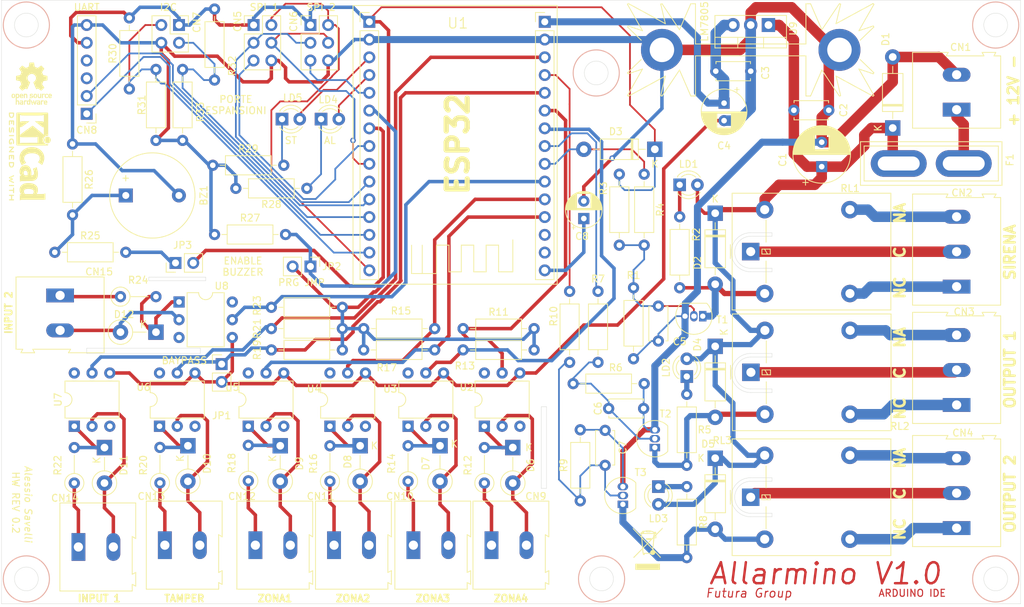
<source format=kicad_pcb>
(kicad_pcb (version 20171130) (host pcbnew "(5.1.9)-1")
  (layers (0 F.Cu signal) (31 B.Cu signal) (34 B.Paste user) (35 F.Paste user) (36 B.SilkS user) (37 F.SilkS user) (38 B.Mask user) (39 F.Mask user) (44 Edge.Cuts user))
  (net 0 "")
  (net 1 "Net-(BZ1-Pad1)")
  (net 2 GND)
  (net 3 +12V)
  (net 4 +5V)
  (net 5 "Net-(C5-Pad1)")
  (net 6 "Net-(C6-Pad1)")
  (net 7 "Net-(C7-Pad1)")
  (net 8 "Net-(D2-Pad2)")
  (net 9 +3V3)
  (net 10 /D33)
  (net 11 "Net-(D4-Pad2)")
  (net 12 "Net-(D5-Pad2)")
  (net 13 "Net-(D6-Pad1)")
  (net 14 "Net-(D7-Pad1)")
  (net 15 "Net-(D8-Pad1)")
  (net 16 "Net-(D9-Pad1)")
  (net 17 "Net-(D10-Pad1)")
  (net 18 "Net-(D11-Pad1)")
  (net 19 "Net-(D12-Pad1)")
  (net 20 SDA)
  (net 21 SCL)
  (net 22 CS1)
  (net 23 CLK)
  (net 24 MISO)
  (net 25 MOSI)
  (net 26 CS2)
  (net 27 /TX0)
  (net 28 /RX0)
  (net 29 /D14)
  (net 30 CONFIG_JMP)
  (net 31 BUZZER)
  (net 32 "Net-(LD1-Pad1)")
  (net 33 "Net-(LD2-Pad1)")
  (net 34 "Net-(LD3-Pad1)")
  (net 35 /D2)
  (net 36 /D15)
  (net 37 /D25)
  (net 38 /D12)
  (net 39 /D27)
  (net 40 /D26)
  (net 41 /D35)
  (net 42 /D34)
  (net 43 /D13)
  (net 44 /D32)
  (net 45 /EN)
  (net 46 "Net-(CN1-Pad1)")
  (net 47 "Net-(CN2-Pad1)")
  (net 48 "Net-(CN2-Pad2)")
  (net 49 "Net-(CN2-Pad3)")
  (net 50 "Net-(CN3-Pad1)")
  (net 51 "Net-(CN3-Pad2)")
  (net 52 "Net-(CN3-Pad3)")
  (net 53 "Net-(CN4-Pad3)")
  (net 54 "Net-(CN4-Pad2)")
  (net 55 "Net-(CN4-Pad1)")
  (net 56 /CTS_UART)
  (net 57 /RTS_UART)
  (net 58 "Net-(CN9-Pad1)")
  (net 59 "Net-(CN9-Pad2)")
  (net 60 "Net-(CN10-Pad2)")
  (net 61 "Net-(CN10-Pad1)")
  (net 62 "Net-(CN11-Pad1)")
  (net 63 "Net-(CN11-Pad2)")
  (net 64 "Net-(CN12-Pad1)")
  (net 65 "Net-(CN12-Pad2)")
  (net 66 "Net-(CN13-Pad2)")
  (net 67 "Net-(CN13-Pad1)")
  (net 68 "Net-(CN14-Pad2)")
  (net 69 "Net-(CN14-Pad1)")
  (net 70 "Net-(CN15-Pad2)")
  (net 71 "Net-(CN15-Pad1)")
  (net 72 "Net-(JP3-Pad1)")
  (net 73 "Net-(LD4-Pad1)")
  (net 74 "Net-(LD5-Pad1)")
  (net 75 /VP)
  (net 76 /VN)
  (net 77 "Net-(U2-Pad6)")
  (net 78 "Net-(U2-Pad3)")
  (net 79 "Net-(U3-Pad3)")
  (net 80 "Net-(U3-Pad6)")
  (net 81 "Net-(U4-Pad3)")
  (net 82 "Net-(U4-Pad6)")
  (net 83 "Net-(U5-Pad3)")
  (net 84 "Net-(U5-Pad6)")
  (net 85 "Net-(U6-Pad6)")
  (net 86 "Net-(U6-Pad3)")
  (net 87 "Net-(U7-Pad3)")
  (net 88 "Net-(U7-Pad6)")
  (net 89 "Net-(U8-Pad6)")
  (net 90 "Net-(U8-Pad3)")
  (module Diode_THT:D_DO-41_SOD81_P10.16mm_Horizontal (layer F.Cu) (at 169.672 55.88 180)
    (fp_text reference D3 (at 5.588 2.54 180) (layer F.SilkS))
    (fp_text value 1N4007)
    (fp_text user K (at 0 -2.1) (layer F.SilkS))
    (pad 1 thru_hole rect (at 0 0 180) (size 2.2 2.2) (drill 1.1) (layers *.Cu *.Mask) (net 9 +3V3))
    (pad 2 thru_hole oval (at 10.16 0 180) (size 2.2 2.2) (drill 1.1) (layers *.Cu *.Mask) (net 10 /D33))
  )
  (module Buzzer_Beeper:Buzzer_12x9.5RM7.6 (layer F.Cu) (at 93.98 62.484)
    (fp_text reference BZ1 (at 11.156 0 90) (layer F.SilkS))
    (fp_text value Buzzer)
    (fp_text user + (at -0.01 -2.54) (layer F.SilkS))
    (pad 1 thru_hole rect (at 0 0) (size 2 2) (drill 1) (layers *.Cu *.Mask) (net 1 "Net-(BZ1-Pad1)"))
    (pad 2 thru_hole circle (at 7.6 0) (size 2 2) (drill 1) (layers *.Cu *.Mask) (net 2 GND))
  )
  (module Symbol:WEEE-Logo_4.2x6mm_SilkScreen (layer F.Cu) (at 168.656 113.03)
    (fp_text reference REF** hide)
    (fp_text value WEEE-Logo_4.2x6mm_SilkScreen hide)
  )
  (module Symbol:KiCad-Logo2_5mm_SilkScreen (layer F.Cu) (at 80.264 56.896 270)
    (fp_text reference REF** hide)
    (fp_text value KiCad-Logo2_5mm_SilkScreen hide)
  )
  (module Symbol:OSHW-Logo_5.7x6mm_SilkScreen (layer F.Cu) (at 80.518 46.482)
    (fp_text reference REF** hide)
    (fp_text value OSHW-Logo_5.7x6mm_SilkScreen hide)
  )
  (module Heatsink:Heatsink_Fischer_SK104-STCB_35x13mm__2xDrill3.5mm_ScrewM3 (layer F.Cu) (at 183.388 41.656)
    (fp_text reference REF** hide)
    (fp_text value Heatsink_Fischer_SK104-STCB_35x13mm__2xDrill3.5mm_ScrewM3)
    (pad 1 thru_hole circle (at -12.7 0 180) (size 6 6) (drill 3.5) (layers *.Cu *.Mask) (net 2 GND))
    (pad 1 thru_hole circle (at 12.7 0) (size 6 6) (drill 3.5) (layers *.Cu *.Mask) (net 2 GND))
  )
  (module Capacitor_THT:C_Disc_D4.7mm_W2.5mm_P5.00mm (layer F.Cu) (at 189.564 50.292)
    (fp_text reference C2 (at 7.112 0 90) (layer F.SilkS))
    (fp_text value 100nF)
    (pad 1 thru_hole circle (at 0 0) (size 1.6 1.6) (drill 0.8) (layers *.Cu *.Mask) (net 3 +12V))
    (pad 2 thru_hole circle (at 5 0) (size 1.6 1.6) (drill 0.8) (layers *.Cu *.Mask) (net 2 GND))
  )
  (module Capacitor_THT:C_Disc_D4.7mm_W2.5mm_P5.00mm (layer F.Cu) (at 178.388 44.704)
    (fp_text reference C3 (at 7.112 0.254 270) (layer F.SilkS))
    (fp_text value 100nF)
    (pad 2 thru_hole circle (at 5 0) (size 1.6 1.6) (drill 0.8) (layers *.Cu *.Mask) (net 2 GND))
    (pad 1 thru_hole circle (at 0 0) (size 1.6 1.6) (drill 0.8) (layers *.Cu *.Mask) (net 4 +5V))
  )
  (module Capacitor_THT:C_Disc_D4.7mm_W2.5mm_P5.00mm (layer F.Cu) (at 170.18 78.312 270)
    (fp_text reference C5 (at 5.08 -3.048 180) (layer F.SilkS))
    (fp_text value 10nF)
    (pad 1 thru_hole circle (at 0 0 270) (size 1.6 1.6) (drill 0.8) (layers *.Cu *.Mask) (net 5 "Net-(C5-Pad1)"))
    (pad 2 thru_hole circle (at 5 0 270) (size 1.6 1.6) (drill 0.8) (layers *.Cu *.Mask) (net 2 GND))
  )
  (module Capacitor_THT:C_Disc_D4.7mm_W2.5mm_P5.00mm (layer F.Cu) (at 163.068 92.964)
    (fp_text reference C6 (at -1.524 0 90) (layer F.SilkS))
    (fp_text value 10nF)
    (pad 1 thru_hole circle (at 0 0) (size 1.6 1.6) (drill 0.8) (layers *.Cu *.Mask) (net 6 "Net-(C6-Pad1)"))
    (pad 2 thru_hole circle (at 5 0) (size 1.6 1.6) (drill 0.8) (layers *.Cu *.Mask) (net 2 GND))
  )
  (module Capacitor_THT:C_Disc_D4.7mm_W2.5mm_P5.00mm (layer F.Cu) (at 162.56 101.092 90)
    (fp_text reference C7 (at 2.54 2.54 90) (layer F.SilkS))
    (fp_text value 10nF)
    (pad 2 thru_hole circle (at 5 0 90) (size 1.6 1.6) (drill 0.8) (layers *.Cu *.Mask) (net 2 GND))
    (pad 1 thru_hole circle (at 0 0 90) (size 1.6 1.6) (drill 0.8) (layers *.Cu *.Mask) (net 7 "Net-(C7-Pad1)"))
  )
  (module Diode_THT:D_DO-41_SOD81_P10.16mm_Horizontal (layer F.Cu) (at 203.708 52.832 90)
    (fp_text reference D1 (at 12.7 -1.016 90) (layer F.SilkS))
    (fp_text value 1N4007)
    (fp_text user K (at 0 -2.1 90) (layer F.SilkS))
    (pad 1 thru_hole rect (at 0 0 90) (size 2.2 2.2) (drill 1.1) (layers *.Cu *.Mask) (net 3 +12V))
    (pad 2 thru_hole oval (at 10.16 0 90) (size 2.2 2.2) (drill 1.1) (layers *.Cu *.Mask) (net 2 GND))
  )
  (module Diode_THT:D_DO-41_SOD81_P10.16mm_Horizontal (layer F.Cu) (at 178.308 65.024 270)
    (fp_text reference D2 (at 7.112 2.54 270) (layer F.SilkS))
    (fp_text value 1N4007)
    (fp_text user K (at -2.032 0 180) (layer F.SilkS))
    (pad 2 thru_hole oval (at 10.16 0 270) (size 2.2 2.2) (drill 1.1) (layers *.Cu *.Mask) (net 8 "Net-(D2-Pad2)"))
    (pad 1 thru_hole rect (at 0 0 270) (size 2.2 2.2) (drill 1.1) (layers *.Cu *.Mask) (net 3 +12V))
  )
  (module Diode_THT:D_DO-41_SOD81_P10.16mm_Horizontal (layer F.Cu) (at 178.308 84.074 270)
    (fp_text reference D4 (at -0.254 2.54 90) (layer F.SilkS))
    (fp_text value 1N4007)
    (fp_text user K (at -2.032 -1.27 90) (layer F.SilkS))
    (pad 2 thru_hole oval (at 10.16 0 270) (size 2.2 2.2) (drill 1.1) (layers *.Cu *.Mask) (net 11 "Net-(D4-Pad2)"))
    (pad 1 thru_hole rect (at 0 0 270) (size 2.2 2.2) (drill 1.1) (layers *.Cu *.Mask) (net 3 +12V))
  )
  (module Diode_THT:D_DO-41_SOD81_P10.16mm_Horizontal (layer F.Cu) (at 178.308 100.076 270)
    (fp_text reference D5 (at -2.032 1.016 180) (layer F.SilkS))
    (fp_text value 1N4007)
    (fp_text user K (at 0 2.032 180) (layer F.SilkS))
    (pad 1 thru_hole rect (at 0 0 270) (size 2.2 2.2) (drill 1.1) (layers *.Cu *.Mask) (net 3 +12V))
    (pad 2 thru_hole oval (at 10.16 0 270) (size 2.2 2.2) (drill 1.1) (layers *.Cu *.Mask) (net 12 "Net-(D5-Pad2)"))
  )
  (module Fuse:Fuse_Blade_ATO_directSolder (layer F.Cu) (at 204.568 57.912)
    (fp_text reference F1 (at 15.904 -0.508 90) (layer F.SilkS))
    (fp_text value 0.8A)
    (pad 1 thru_hole oval (at 0 0) (size 8 3.8) (drill oval 6 2) (layers *.Cu *.Mask) (net 3 +12V))
    (pad 2 thru_hole oval (at 9.3 0) (size 8 3.8) (drill oval 6 2) (layers *.Cu *.Mask) (net 46 "Net-(CN1-Pad1)"))
  )
  (module TerminalBlock:TerminalBlock_Altech_AK300-2_P5.00mm (layer F.Cu) (at 212.852 50.212 90)
    (fp_text reference CN1 (at 8.937 0.5715 180) (layer F.SilkS))
    (fp_text value Supply)
    (pad 1 thru_hole rect (at 0 0 90) (size 1.98 3.96) (drill 1.32) (layers *.Cu *.Mask) (net 46 "Net-(CN1-Pad1)"))
    (pad 2 thru_hole oval (at 5 0 90) (size 1.98 3.96) (drill 1.32) (layers *.Cu *.Mask) (net 2 GND))
  )
  (module TerminalBlock:TerminalBlock_Altech_AK300-3_P5.00mm (layer F.Cu) (at 212.852 75.532 90)
    (fp_text reference CN2 (at 13.429 0.762 180) (layer F.SilkS))
    (fp_text value Sirena)
    (pad 1 thru_hole rect (at 0 0 90) (size 1.98 3.96) (drill 1.32) (layers *.Cu *.Mask) (net 47 "Net-(CN2-Pad1)"))
    (pad 2 thru_hole oval (at 5 0 90) (size 1.98 3.96) (drill 1.32) (layers *.Cu *.Mask) (net 48 "Net-(CN2-Pad2)"))
    (pad 3 thru_hole oval (at 10 0 90) (size 1.98 3.96) (drill 1.32) (layers *.Cu *.Mask) (net 49 "Net-(CN2-Pad3)"))
  )
  (module TerminalBlock:TerminalBlock_Altech_AK300-3_P5.00mm (layer F.Cu) (at 212.852 92.456 90)
    (fp_text reference CN3 (at 13.335 1.0795 180) (layer F.SilkS))
    (fp_text value Output1)
    (pad 1 thru_hole rect (at 0 0 90) (size 1.98 3.96) (drill 1.32) (layers *.Cu *.Mask) (net 50 "Net-(CN3-Pad1)"))
    (pad 2 thru_hole oval (at 5 0 90) (size 1.98 3.96) (drill 1.32) (layers *.Cu *.Mask) (net 51 "Net-(CN3-Pad2)"))
    (pad 3 thru_hole oval (at 10 0 90) (size 1.98 3.96) (drill 1.32) (layers *.Cu *.Mask) (net 52 "Net-(CN3-Pad3)"))
  )
  (module TerminalBlock:TerminalBlock_Altech_AK300-3_P5.00mm (layer F.Cu) (at 212.852 110.076 90)
    (fp_text reference CN4 (at 13.6195 0.889 180) (layer F.SilkS))
    (fp_text value Output2)
    (pad 3 thru_hole oval (at 10 0 90) (size 1.98 3.96) (drill 1.32) (layers *.Cu *.Mask) (net 53 "Net-(CN4-Pad3)"))
    (pad 2 thru_hole oval (at 5 0 90) (size 1.98 3.96) (drill 1.32) (layers *.Cu *.Mask) (net 54 "Net-(CN4-Pad2)"))
    (pad 1 thru_hole rect (at 0 0 90) (size 1.98 3.96) (drill 1.32) (layers *.Cu *.Mask) (net 55 "Net-(CN4-Pad1)"))
  )
  (module TerminalBlock:TerminalBlock_Altech_AK300-2_P5.00mm (layer F.Cu) (at 146.304 112.522)
    (fp_text reference CN9 (at 6.35 -6.99) (layer F.SilkS))
    (fp_text value ZONA4)
    (pad 1 thru_hole rect (at 0 0) (size 1.98 3.96) (drill 1.32) (layers *.Cu *.Mask) (net 58 "Net-(CN9-Pad1)"))
    (pad 2 thru_hole oval (at 5 0) (size 1.98 3.96) (drill 1.32) (layers *.Cu *.Mask) (net 59 "Net-(CN9-Pad2)"))
  )
  (module TerminalBlock:TerminalBlock_Altech_AK300-2_P5.00mm (layer F.Cu) (at 135.128 112.522)
    (fp_text reference CN10 (at -1.92 -6.99) (layer F.SilkS))
    (fp_text value ZONA3)
    (pad 2 thru_hole oval (at 5 0) (size 1.98 3.96) (drill 1.32) (layers *.Cu *.Mask) (net 60 "Net-(CN10-Pad2)"))
    (pad 1 thru_hole rect (at 0 0) (size 1.98 3.96) (drill 1.32) (layers *.Cu *.Mask) (net 61 "Net-(CN10-Pad1)"))
  )
  (module TerminalBlock:TerminalBlock_Altech_AK300-2_P5.00mm (layer F.Cu) (at 123.778 112.522)
    (fp_text reference CN11 (at -1.92 -6.99) (layer F.SilkS))
    (fp_text value ZONA2)
    (pad 1 thru_hole rect (at 0 0) (size 1.98 3.96) (drill 1.32) (layers *.Cu *.Mask) (net 62 "Net-(CN11-Pad1)"))
    (pad 2 thru_hole oval (at 5 0) (size 1.98 3.96) (drill 1.32) (layers *.Cu *.Mask) (net 63 "Net-(CN11-Pad2)"))
  )
  (module TerminalBlock:TerminalBlock_Altech_AK300-2_P5.00mm (layer F.Cu) (at 112.522 112.522)
    (fp_text reference CN12 (at -1.92 -6.99) (layer F.SilkS))
    (fp_text value ZONA1)
    (pad 1 thru_hole rect (at 0 0) (size 1.98 3.96) (drill 1.32) (layers *.Cu *.Mask) (net 64 "Net-(CN12-Pad1)"))
    (pad 2 thru_hole oval (at 5 0) (size 1.98 3.96) (drill 1.32) (layers *.Cu *.Mask) (net 65 "Net-(CN12-Pad2)"))
  )
  (module TerminalBlock:TerminalBlock_Altech_AK300-2_P5.00mm (layer F.Cu) (at 99.568 112.522)
    (fp_text reference CN13 (at -1.92 -6.99) (layer F.SilkS))
    (fp_text value TAMPER)
    (pad 2 thru_hole oval (at 5 0) (size 1.98 3.96) (drill 1.32) (layers *.Cu *.Mask) (net 66 "Net-(CN13-Pad2)"))
    (pad 1 thru_hole rect (at 0 0) (size 1.98 3.96) (drill 1.32) (layers *.Cu *.Mask) (net 67 "Net-(CN13-Pad1)"))
  )
  (module TerminalBlock:TerminalBlock_Altech_AK300-2_P5.00mm (layer F.Cu) (at 87.202 112.776)
    (fp_text reference CN14 (at -1.92 -6.99) (layer F.SilkS))
    (fp_text value INPUT1)
    (pad 2 thru_hole oval (at 5 0) (size 1.98 3.96) (drill 1.32) (layers *.Cu *.Mask) (net 68 "Net-(CN14-Pad2)"))
    (pad 1 thru_hole rect (at 0 0) (size 1.98 3.96) (drill 1.32) (layers *.Cu *.Mask) (net 69 "Net-(CN14-Pad1)"))
  )
  (module TerminalBlock:TerminalBlock_Altech_AK300-2_P5.00mm (layer F.Cu) (at 84.582 76.788 270)
    (fp_text reference CN15 (at -3.382 -5.588 180) (layer F.SilkS))
    (fp_text value INPUT2)
    (pad 2 thru_hole oval (at 5 0 270) (size 1.98 3.96) (drill 1.32) (layers *.Cu *.Mask) (net 70 "Net-(CN15-Pad2)"))
    (pad 1 thru_hole rect (at 0 0 270) (size 1.98 3.96) (drill 1.32) (layers *.Cu *.Mask) (net 71 "Net-(CN15-Pad1)"))
  )
  (module Connector_PinHeader_2.54mm:PinHeader_2x02_P2.54mm_Vertical (layer F.Cu) (at 101.6 38.1 270)
    (fp_text reference CN7 (at -0.381 -2.54 90) (layer F.SilkS))
    (fp_text value I2C)
    (pad 1 thru_hole rect (at 0 0 270) (size 1.7 1.7) (drill 1) (layers *.Cu *.Mask) (net 9 +3V3))
    (pad 2 thru_hole oval (at 2.54 0 270) (size 1.7 1.7) (drill 1) (layers *.Cu *.Mask) (net 20 SDA))
    (pad 3 thru_hole oval (at 0 2.54 270) (size 1.7 1.7) (drill 1) (layers *.Cu *.Mask) (net 21 SCL))
    (pad 4 thru_hole oval (at 2.54 2.54 270) (size 1.7 1.7) (drill 1) (layers *.Cu *.Mask) (net 2 GND))
  )
  (module Connector_PinHeader_2.54mm:PinHeader_2x03_P2.54mm_Vertical (layer F.Cu) (at 112.268 38.1)
    (fp_text reference CN5 (at -2.286 -0.508 90) (layer F.SilkS))
    (fp_text value SPI_1)
    (pad 6 thru_hole oval (at 2.54 5.08) (size 1.7 1.7) (drill 1) (layers *.Cu *.Mask) (net 2 GND))
    (pad 5 thru_hole oval (at 0 5.08) (size 1.7 1.7) (drill 1) (layers *.Cu *.Mask) (net 22 CS1))
    (pad 4 thru_hole oval (at 2.54 2.54) (size 1.7 1.7) (drill 1) (layers *.Cu *.Mask) (net 23 CLK))
    (pad 3 thru_hole oval (at 0 2.54) (size 1.7 1.7) (drill 1) (layers *.Cu *.Mask) (net 24 MISO))
    (pad 2 thru_hole oval (at 2.54 0) (size 1.7 1.7) (drill 1) (layers *.Cu *.Mask) (net 25 MOSI))
    (pad 1 thru_hole rect (at 0 0) (size 1.7 1.7) (drill 1) (layers *.Cu *.Mask) (net 9 +3V3))
  )
  (module Connector_PinHeader_2.54mm:PinHeader_2x03_P2.54mm_Vertical (layer F.Cu) (at 120.396 38.1)
    (fp_text reference CN6 (at -2.413 -0.508 90) (layer F.SilkS))
    (fp_text value SPI_2)
    (pad 1 thru_hole rect (at 0 0) (size 1.7 1.7) (drill 1) (layers *.Cu *.Mask) (net 9 +3V3))
    (pad 2 thru_hole oval (at 2.54 0) (size 1.7 1.7) (drill 1) (layers *.Cu *.Mask) (net 25 MOSI))
    (pad 3 thru_hole oval (at 0 2.54) (size 1.7 1.7) (drill 1) (layers *.Cu *.Mask) (net 24 MISO))
    (pad 4 thru_hole oval (at 2.54 2.54) (size 1.7 1.7) (drill 1) (layers *.Cu *.Mask) (net 23 CLK))
    (pad 5 thru_hole oval (at 0 5.08) (size 1.7 1.7) (drill 1) (layers *.Cu *.Mask) (net 26 CS2))
    (pad 6 thru_hole oval (at 2.54 5.08) (size 1.7 1.7) (drill 1) (layers *.Cu *.Mask) (net 2 GND))
  )
  (module Connector_PinHeader_2.54mm:PinHeader_1x06_P2.54mm_Vertical (layer F.Cu) (at 88.392 50.8 180)
    (fp_text reference CN8 (at 0 -2.33) (layer F.SilkS))
    (fp_text value UART)
    (pad 1 thru_hole rect (at 0 0 180) (size 1.7 1.7) (drill 1) (layers *.Cu *.Mask) (net 27 /TX0))
    (pad 2 thru_hole oval (at 0 2.54 180) (size 1.7 1.7) (drill 1) (layers *.Cu *.Mask) (net 28 /RX0))
    (pad 3 thru_hole oval (at 0 5.08 180) (size 1.7 1.7) (drill 1) (layers *.Cu *.Mask) (net 56 /CTS_UART))
    (pad 4 thru_hole oval (at 0 7.62 180) (size 1.7 1.7) (drill 1) (layers *.Cu *.Mask) (net 57 /RTS_UART))
    (pad 5 thru_hole oval (at 0 10.16 180) (size 1.7 1.7) (drill 1) (layers *.Cu *.Mask) (net 9 +3V3))
    (pad 6 thru_hole oval (at 0 12.7 180) (size 1.7 1.7) (drill 1) (layers *.Cu *.Mask) (net 2 GND))
  )
  (module Connector_PinHeader_2.54mm:PinHeader_1x02_P2.54mm_Vertical (layer F.Cu) (at 107.696 86.614)
    (fp_text reference JP1 (at 0 7.366 180) (layer F.SilkS))
    (fp_text value BAYPASS)
    (pad 2 thru_hole oval (at 0 2.54) (size 1.7 1.7) (drill 1) (layers *.Cu *.Mask) (net 2 GND))
    (pad 1 thru_hole rect (at 0 0) (size 1.7 1.7) (drill 1) (layers *.Cu *.Mask) (net 29 /D14))
  )
  (module Connector_PinHeader_2.54mm:PinHeader_1x02_P2.54mm_Vertical (layer F.Cu) (at 120.396 72.644 270)
    (fp_text reference JP2 (at 0 -3.048 180) (layer F.SilkS))
    (fp_text value PRG_JMP)
    (pad 1 thru_hole rect (at 0 0 270) (size 1.7 1.7) (drill 1) (layers *.Cu *.Mask) (net 30 CONFIG_JMP))
    (pad 2 thru_hole oval (at 0 2.54 270) (size 1.7 1.7) (drill 1) (layers *.Cu *.Mask) (net 9 +3V3))
  )
  (module Connector_PinHeader_2.54mm:PinHeader_1x02_P2.54mm_Vertical (layer F.Cu) (at 101.092 72.136 90)
    (fp_text reference JP3 (at 2.54 1.016) (layer F.SilkS))
    (fp_text value BUZZ_ENABLE)
    (pad 1 thru_hole rect (at 0 0 90) (size 1.7 1.7) (drill 1) (layers *.Cu *.Mask) (net 72 "Net-(JP3-Pad1)"))
    (pad 2 thru_hole oval (at 0 2.54 90) (size 1.7 1.7) (drill 1) (layers *.Cu *.Mask) (net 31 BUZZER))
  )
  (module Relay_THT:Relay_SPDT_Omron-G5LE-1 (layer F.Cu) (at 183.388 70.516 90)
    (fp_text reference RL1 (at 9.048 14.224 180) (layer F.SilkS))
    (fp_text value SRD-12VDC-SL-C)
    (pad 5 thru_hole oval (at 6 2 90) (size 2.5 2.5) (drill 1.3) (layers *.Cu *.Mask) (net 8 "Net-(D2-Pad2)"))
    (pad 4 thru_hole oval (at 6 14.2 90) (size 2.5 2.5) (drill 1.3) (layers *.Cu *.Mask) (net 49 "Net-(CN2-Pad3)"))
    (pad 3 thru_hole oval (at -6 14.2 90) (size 2.5 2.5) (drill 1.3) (layers *.Cu *.Mask) (net 47 "Net-(CN2-Pad1)"))
    (pad 2 thru_hole oval (at -6 2 90) (size 2.5 2.5) (drill 1.3) (layers *.Cu *.Mask) (net 3 +12V))
    (pad 1 thru_hole rect (at 0 0 90) (size 2.5 2.5) (drill 1.3) (layers *.Cu *.Mask) (net 48 "Net-(CN2-Pad2)"))
  )
  (module Relay_THT:Relay_SPDT_Omron-G5LE-1 (layer F.Cu) (at 183.42 87.788 90)
    (fp_text reference RL2 (at -7.716 21.304 180) (layer F.SilkS))
    (fp_text value SRD-12VDC-SL-C)
    (pad 1 thru_hole rect (at 0 0 90) (size 2.5 2.5) (drill 1.3) (layers *.Cu *.Mask) (net 51 "Net-(CN3-Pad2)"))
    (pad 2 thru_hole oval (at -6 2 90) (size 2.5 2.5) (drill 1.3) (layers *.Cu *.Mask) (net 3 +12V))
    (pad 3 thru_hole oval (at -6 14.2 90) (size 2.5 2.5) (drill 1.3) (layers *.Cu *.Mask) (net 50 "Net-(CN3-Pad1)"))
    (pad 4 thru_hole oval (at 6 14.2 90) (size 2.5 2.5) (drill 1.3) (layers *.Cu *.Mask) (net 52 "Net-(CN3-Pad3)"))
    (pad 5 thru_hole oval (at 6 2 90) (size 2.5 2.5) (drill 1.3) (layers *.Cu *.Mask) (net 11 "Net-(D4-Pad2)"))
  )
  (module Relay_THT:Relay_SPDT_Omron-G5LE-1 (layer F.Cu) (at 183.388 105.664 90)
    (fp_text reference RL3 (at 8.128 -4.064 180) (layer F.SilkS))
    (fp_text value SRD-12VDC-SL-C)
    (pad 1 thru_hole rect (at 0 0 90) (size 2.5 2.5) (drill 1.3) (layers *.Cu *.Mask) (net 54 "Net-(CN4-Pad2)"))
    (pad 2 thru_hole oval (at -6 2 90) (size 2.5 2.5) (drill 1.3) (layers *.Cu *.Mask) (net 3 +12V))
    (pad 3 thru_hole oval (at -6 14.2 90) (size 2.5 2.5) (drill 1.3) (layers *.Cu *.Mask) (net 55 "Net-(CN4-Pad1)"))
    (pad 4 thru_hole oval (at 6 14.2 90) (size 2.5 2.5) (drill 1.3) (layers *.Cu *.Mask) (net 53 "Net-(CN4-Pad3)"))
    (pad 5 thru_hole oval (at 6 2 90) (size 2.5 2.5) (drill 1.3) (layers *.Cu *.Mask) (net 12 "Net-(D5-Pad2)"))
  )
  (module LED_THT:LED_D3.0mm (layer F.Cu) (at 173.228 60.96)
    (fp_text reference LD1 (at 1.27 -2.96) (layer F.SilkS))
    (fp_text value GREEN)
    (pad 2 thru_hole circle (at 2.54 0) (size 1.8 1.8) (drill 0.9) (layers *.Cu *.Mask) (net 3 +12V))
    (pad 1 thru_hole rect (at 0 0) (size 1.8 1.8) (drill 0.9) (layers *.Cu *.Mask) (net 32 "Net-(LD1-Pad1)"))
  )
  (module LED_THT:LED_D3.0mm (layer F.Cu) (at 174.244 88.392 90)
    (fp_text reference LD2 (at 1.27 -2.96 90) (layer F.SilkS))
    (fp_text value GREEN)
    (pad 1 thru_hole rect (at 0 0 90) (size 1.8 1.8) (drill 0.9) (layers *.Cu *.Mask) (net 33 "Net-(LD2-Pad1)"))
    (pad 2 thru_hole circle (at 2.54 0 90) (size 1.8 1.8) (drill 0.9) (layers *.Cu *.Mask) (net 3 +12V))
  )
  (module LED_THT:LED_D3.0mm (layer F.Cu) (at 170.18 104.14 270)
    (fp_text reference LD3 (at 4.572 0 180) (layer F.SilkS))
    (fp_text value GREEN)
    (pad 1 thru_hole rect (at 0 0 270) (size 1.8 1.8) (drill 0.9) (layers *.Cu *.Mask) (net 34 "Net-(LD3-Pad1)"))
    (pad 2 thru_hole circle (at 2.54 0 270) (size 1.8 1.8) (drill 0.9) (layers *.Cu *.Mask) (net 3 +12V))
  )
  (module LED_THT:LED_D3.0mm (layer F.Cu) (at 121.92 51.562)
    (fp_text reference LD4 (at 1.016 -2.794) (layer F.SilkS))
    (fp_text value YELLOW)
    (pad 2 thru_hole circle (at 2.54 0) (size 1.8 1.8) (drill 0.9) (layers *.Cu *.Mask) (net 35 /D2))
    (pad 1 thru_hole rect (at 0 0) (size 1.8 1.8) (drill 0.9) (layers *.Cu *.Mask) (net 73 "Net-(LD4-Pad1)"))
  )
  (module LED_THT:LED_D3.0mm (layer F.Cu) (at 116.332 51.562)
    (fp_text reference LD5 (at 1.524 -3.048) (layer F.SilkS))
    (fp_text value RED)
    (pad 1 thru_hole rect (at 0 0) (size 1.8 1.8) (drill 0.9) (layers *.Cu *.Mask) (net 74 "Net-(LD5-Pad1)"))
    (pad 2 thru_hole circle (at 2.54 0) (size 1.8 1.8) (drill 0.9) (layers *.Cu *.Mask) (net 36 /D15))
  )
  (module Package_TO_SOT_THT:TO-92_Inline (layer F.Cu) (at 176.53 79.756 180)
    (fp_text reference T1 (at -2.794 -0.508) (layer F.SilkS))
    (fp_text value BC546)
    (pad 2 thru_hole oval (at 1.27 0 180) (size 1.05 1.5) (drill 0.75) (layers *.Cu *.Mask) (net 5 "Net-(C5-Pad1)"))
    (pad 3 thru_hole oval (at 2.54 0 180) (size 1.05 1.5) (drill 0.75) (layers *.Cu *.Mask) (net 2 GND))
    (pad 1 thru_hole rect (at 0 0 180) (size 1.05 1.5) (drill 0.75) (layers *.Cu *.Mask) (net 8 "Net-(D2-Pad2)"))
  )
  (module Package_TO_SOT_THT:TO-92_Inline (layer F.Cu) (at 169.672 98.552 90)
    (fp_text reference T2 (at 4.826 1.524 180) (layer F.SilkS))
    (fp_text value BC546)
    (pad 2 thru_hole oval (at 1.27 0 90) (size 1.05 1.5) (drill 0.75) (layers *.Cu *.Mask) (net 6 "Net-(C6-Pad1)"))
    (pad 3 thru_hole oval (at 2.54 0 90) (size 1.05 1.5) (drill 0.75) (layers *.Cu *.Mask) (net 2 GND))
    (pad 1 thru_hole rect (at 0 0 90) (size 1.05 1.5) (drill 0.75) (layers *.Cu *.Mask) (net 11 "Net-(D4-Pad2)"))
  )
  (module Package_TO_SOT_THT:TO-92_Inline (layer F.Cu) (at 165.1 106.68 90)
    (fp_text reference T3 (at 4.572 2.54 180) (layer F.SilkS))
    (fp_text value BC546)
    (pad 1 thru_hole rect (at 0 0 90) (size 1.05 1.5) (drill 0.75) (layers *.Cu *.Mask) (net 12 "Net-(D5-Pad2)"))
    (pad 3 thru_hole oval (at 2.54 0 90) (size 1.05 1.5) (drill 0.75) (layers *.Cu *.Mask) (net 2 GND))
    (pad 2 thru_hole oval (at 1.27 0 90) (size 1.05 1.5) (drill 0.75) (layers *.Cu *.Mask) (net 7 "Net-(C7-Pad1)"))
  )
  (module Resistor_THT:R_Axial_DIN0207_L6.3mm_D2.5mm_P10.16mm_Horizontal (layer F.Cu) (at 166.624 75.692 270)
    (fp_text reference R1 (at -1.778 0 180) (layer F.SilkS))
    (fp_text value 100K)
    (pad 1 thru_hole circle (at 0 0 270) (size 1.6 1.6) (drill 0.8) (layers *.Cu *.Mask) (net 5 "Net-(C5-Pad1)"))
    (pad 2 thru_hole oval (at 10.16 0 270) (size 1.6 1.6) (drill 0.8) (layers *.Cu *.Mask) (net 2 GND))
  )
  (module Resistor_THT:R_Axial_DIN0207_L6.3mm_D2.5mm_P10.16mm_Horizontal (layer F.Cu) (at 173.228 65.532 270)
    (fp_text reference R2 (at 2.54 -2.37 90) (layer F.SilkS))
    (fp_text value 1.2K)
    (pad 1 thru_hole circle (at 0 0 270) (size 1.6 1.6) (drill 0.8) (layers *.Cu *.Mask) (net 32 "Net-(LD1-Pad1)"))
    (pad 2 thru_hole oval (at 10.16 0 270) (size 1.6 1.6) (drill 0.8) (layers *.Cu *.Mask) (net 8 "Net-(D2-Pad2)"))
  )
  (module Resistor_THT:R_Axial_DIN0207_L6.3mm_D2.5mm_P10.16mm_Horizontal (layer F.Cu) (at 164.592 69.596 90)
    (fp_text reference R3 (at 8.128 -2.286 270) (layer F.SilkS))
    (fp_text value 5.6K)
    (pad 2 thru_hole oval (at 10.16 0 90) (size 1.6 1.6) (drill 0.8) (layers *.Cu *.Mask) (net 9 +3V3))
    (pad 1 thru_hole circle (at 0 0 90) (size 1.6 1.6) (drill 0.8) (layers *.Cu *.Mask) (net 5 "Net-(C5-Pad1)"))
  )
  (module Resistor_THT:R_Axial_DIN0207_L6.3mm_D2.5mm_P10.16mm_Horizontal (layer F.Cu) (at 168.148 69.596 90)
    (fp_text reference R4 (at 5.08 2.286 90) (layer F.SilkS))
    (fp_text value 820)
    (pad 1 thru_hole circle (at 0 0 90) (size 1.6 1.6) (drill 0.8) (layers *.Cu *.Mask) (net 5 "Net-(C5-Pad1)"))
    (pad 2 thru_hole oval (at 10.16 0 90) (size 1.6 1.6) (drill 0.8) (layers *.Cu *.Mask) (net 10 /D33))
  )
  (module Resistor_THT:R_Axial_DIN0207_L6.3mm_D2.5mm_P10.16mm_Horizontal (layer F.Cu) (at 174.244 90.932 270)
    (fp_text reference R5 (at 5.08 -2.54 180) (layer F.SilkS))
    (fp_text value 1.2K)
    (pad 1 thru_hole circle (at 0 0 270) (size 1.6 1.6) (drill 0.8) (layers *.Cu *.Mask) (net 33 "Net-(LD2-Pad1)"))
    (pad 2 thru_hole oval (at 10.16 0 270) (size 1.6 1.6) (drill 0.8) (layers *.Cu *.Mask) (net 11 "Net-(D4-Pad2)"))
  )
  (module Resistor_THT:R_Axial_DIN0207_L6.3mm_D2.5mm_P10.16mm_Horizontal (layer F.Cu) (at 157.988 89.408)
    (fp_text reference R6 (at 6.096 -2.286) (layer F.SilkS))
    (fp_text value 100K)
    (pad 2 thru_hole oval (at 10.16 0) (size 1.6 1.6) (drill 0.8) (layers *.Cu *.Mask) (net 2 GND))
    (pad 1 thru_hole circle (at 0 0) (size 1.6 1.6) (drill 0.8) (layers *.Cu *.Mask) (net 6 "Net-(C6-Pad1)"))
  )
  (module Resistor_THT:R_Axial_DIN0207_L6.3mm_D2.5mm_P10.16mm_Horizontal (layer F.Cu) (at 161.544 76.2 270)
    (fp_text reference R7 (at -1.778 0 180) (layer F.SilkS))
    (fp_text value 4.7k)
    (pad 1 thru_hole circle (at 0 0 270) (size 1.6 1.6) (drill 0.8) (layers *.Cu *.Mask) (net 37 /D25))
    (pad 2 thru_hole oval (at 10.16 0 270) (size 1.6 1.6) (drill 0.8) (layers *.Cu *.Mask) (net 6 "Net-(C6-Pad1)"))
  )
  (module Resistor_THT:R_Axial_DIN0207_L6.3mm_D2.5mm_P10.16mm_Horizontal (layer F.Cu) (at 174.244 104.14 270)
    (fp_text reference R8 (at 5.08 -2.37 90) (layer F.SilkS))
    (fp_text value 1.2K)
    (pad 2 thru_hole oval (at 10.16 0 270) (size 1.6 1.6) (drill 0.8) (layers *.Cu *.Mask) (net 12 "Net-(D5-Pad2)"))
    (pad 1 thru_hole circle (at 0 0 270) (size 1.6 1.6) (drill 0.8) (layers *.Cu *.Mask) (net 34 "Net-(LD3-Pad1)"))
  )
  (module Resistor_THT:R_Axial_DIN0207_L6.3mm_D2.5mm_P10.16mm_Horizontal (layer F.Cu) (at 159.004 106.172 90)
    (fp_text reference R9 (at 5.08 -2.37 90) (layer F.SilkS))
    (fp_text value 100K)
    (pad 2 thru_hole oval (at 10.16 0 90) (size 1.6 1.6) (drill 0.8) (layers *.Cu *.Mask) (net 2 GND))
    (pad 1 thru_hole circle (at 0 0 90) (size 1.6 1.6) (drill 0.8) (layers *.Cu *.Mask) (net 7 "Net-(C7-Pad1)"))
  )
  (module Resistor_THT:R_Axial_DIN0207_L6.3mm_D2.5mm_P10.16mm_Horizontal (layer F.Cu) (at 157.48 76.2 270)
    (fp_text reference R10 (at 3.556 2.286 90) (layer F.SilkS))
    (fp_text value 4.7k)
    (pad 2 thru_hole oval (at 10.16 0 270) (size 1.6 1.6) (drill 0.8) (layers *.Cu *.Mask) (net 7 "Net-(C7-Pad1)"))
    (pad 1 thru_hole circle (at 0 0 270) (size 1.6 1.6) (drill 0.8) (layers *.Cu *.Mask) (net 38 /D12))
  )
  (module Resistor_THT:R_Axial_DIN0207_L6.3mm_D2.5mm_P10.16mm_Horizontal (layer F.Cu) (at 142.24 81.534)
    (fp_text reference R11 (at 5.08 -2.37) (layer F.SilkS))
    (fp_text value 100K)
    (pad 1 thru_hole circle (at 0 0) (size 1.6 1.6) (drill 0.8) (layers *.Cu *.Mask) (net 39 /D27))
    (pad 2 thru_hole oval (at 10.16 0) (size 1.6 1.6) (drill 0.8) (layers *.Cu *.Mask) (net 9 +3V3))
  )
  (module Resistor_THT:R_Axial_DIN0207_L6.3mm_D2.5mm_P10.16mm_Horizontal (layer F.Cu) (at 142.24 84.582)
    (fp_text reference R13 (at 0.254 2.286) (layer F.SilkS))
    (fp_text value 100K)
    (pad 1 thru_hole circle (at 0 0) (size 1.6 1.6) (drill 0.8) (layers *.Cu *.Mask) (net 40 /D26))
    (pad 2 thru_hole oval (at 10.16 0) (size 1.6 1.6) (drill 0.8) (layers *.Cu *.Mask) (net 9 +3V3))
  )
  (module Resistor_THT:R_Axial_DIN0207_L6.3mm_D2.5mm_P10.16mm_Horizontal (layer F.Cu) (at 138.176 81.534 180)
    (fp_text reference R15 (at 4.826 2.54) (layer F.SilkS))
    (fp_text value 100K)
    (pad 2 thru_hole oval (at 10.16 0 180) (size 1.6 1.6) (drill 0.8) (layers *.Cu *.Mask) (net 9 +3V3))
    (pad 1 thru_hole circle (at 0 0 180) (size 1.6 1.6) (drill 0.8) (layers *.Cu *.Mask) (net 41 /D35))
  )
  (module Resistor_THT:R_Axial_DIN0207_L6.3mm_D2.5mm_P10.16mm_Horizontal (layer F.Cu) (at 138.176 84.582 180)
    (fp_text reference R17 (at 6.858 -2.54) (layer F.SilkS))
    (fp_text value 100K)
    (pad 2 thru_hole oval (at 10.16 0 180) (size 1.6 1.6) (drill 0.8) (layers *.Cu *.Mask) (net 9 +3V3))
    (pad 1 thru_hole circle (at 0 0 180) (size 1.6 1.6) (drill 0.8) (layers *.Cu *.Mask) (net 42 /D34))
  )
  (module Resistor_THT:R_Axial_DIN0207_L6.3mm_D2.5mm_P10.16mm_Horizontal (layer F.Cu) (at 114.808 84.582)
    (fp_text reference R19 (at -2.032 0 90) (layer F.SilkS))
    (fp_text value 100K)
    (pad 1 thru_hole circle (at 0 0) (size 1.6 1.6) (drill 0.8) (layers *.Cu *.Mask) (net 29 /D14))
    (pad 2 thru_hole oval (at 10.16 0) (size 1.6 1.6) (drill 0.8) (layers *.Cu *.Mask) (net 9 +3V3))
  )
  (module Resistor_THT:R_Axial_DIN0207_L6.3mm_D2.5mm_P10.16mm_Horizontal (layer F.Cu) (at 114.808 81.534)
    (fp_text reference R21 (at -2.032 0 90) (layer F.SilkS))
    (fp_text value 100K)
    (pad 2 thru_hole oval (at 10.16 0) (size 1.6 1.6) (drill 0.8) (layers *.Cu *.Mask) (net 9 +3V3))
    (pad 1 thru_hole circle (at 0 0) (size 1.6 1.6) (drill 0.8) (layers *.Cu *.Mask) (net 43 /D13))
  )
  (module Resistor_THT:R_Axial_DIN0207_L6.3mm_D2.5mm_P10.16mm_Horizontal (layer F.Cu) (at 114.808 78.486)
    (fp_text reference R23 (at -2.032 -0.254 90) (layer F.SilkS))
    (fp_text value 100K)
    (pad 1 thru_hole circle (at 0 0) (size 1.6 1.6) (drill 0.8) (layers *.Cu *.Mask) (net 44 /D32))
    (pad 2 thru_hole oval (at 10.16 0) (size 1.6 1.6) (drill 0.8) (layers *.Cu *.Mask) (net 9 +3V3))
  )
  (module Resistor_THT:R_Axial_DIN0207_L6.3mm_D2.5mm_P10.16mm_Horizontal (layer F.Cu) (at 83.82 70.612)
    (fp_text reference R25 (at 5.08 -2.37) (layer F.SilkS))
    (fp_text value 120)
    (pad 2 thru_hole oval (at 10.16 0) (size 1.6 1.6) (drill 0.8) (layers *.Cu *.Mask) (net 72 "Net-(JP3-Pad1)"))
    (pad 1 thru_hole circle (at 0 0) (size 1.6 1.6) (drill 0.8) (layers *.Cu *.Mask) (net 1 "Net-(BZ1-Pad1)"))
  )
  (module Resistor_THT:R_Axial_DIN0207_L6.3mm_D2.5mm_P10.16mm_Horizontal (layer F.Cu) (at 86.36 55.118 270)
    (fp_text reference R26 (at 5.08 -2.37 90) (layer F.SilkS))
    (fp_text value 10K)
    (pad 1 thru_hole circle (at 0 0 270) (size 1.6 1.6) (drill 0.8) (layers *.Cu *.Mask) (net 2 GND))
    (pad 2 thru_hole oval (at 10.16 0 270) (size 1.6 1.6) (drill 0.8) (layers *.Cu *.Mask) (net 1 "Net-(BZ1-Pad1)"))
  )
  (module Resistor_THT:R_Axial_DIN0207_L6.3mm_D2.5mm_P10.16mm_Horizontal (layer F.Cu) (at 106.68 68.072)
    (fp_text reference R27 (at 5.08 -2.37) (layer F.SilkS))
    (fp_text value 100K)
    (pad 1 thru_hole circle (at 0 0) (size 1.6 1.6) (drill 0.8) (layers *.Cu *.Mask) (net 2 GND))
    (pad 2 thru_hole oval (at 10.16 0) (size 1.6 1.6) (drill 0.8) (layers *.Cu *.Mask) (net 30 CONFIG_JMP))
  )
  (module Resistor_THT:R_Axial_DIN0207_L6.3mm_D2.5mm_P10.16mm_Horizontal (layer F.Cu) (at 109.728 61.468)
    (fp_text reference R28 (at 5.08 2.286) (layer F.SilkS))
    (fp_text value 180)
    (pad 1 thru_hole circle (at 0 0) (size 1.6 1.6) (drill 0.8) (layers *.Cu *.Mask) (net 2 GND))
    (pad 2 thru_hole oval (at 10.16 0) (size 1.6 1.6) (drill 0.8) (layers *.Cu *.Mask) (net 73 "Net-(LD4-Pad1)"))
  )
  (module Resistor_THT:R_Axial_DIN0207_L6.3mm_D2.5mm_P10.16mm_Horizontal (layer F.Cu) (at 106.426 58.166)
    (fp_text reference R29 (at 5.08 -2.37) (layer F.SilkS))
    (fp_text value 180)
    (pad 1 thru_hole circle (at 0 0) (size 1.6 1.6) (drill 0.8) (layers *.Cu *.Mask) (net 2 GND))
    (pad 2 thru_hole oval (at 10.16 0) (size 1.6 1.6) (drill 0.8) (layers *.Cu *.Mask) (net 74 "Net-(LD5-Pad1)"))
  )
  (module Resistor_THT:R_Axial_DIN0207_L6.3mm_D2.5mm_P10.16mm_Horizontal (layer F.Cu) (at 94.488 47.244 90)
    (fp_text reference R30 (at 5.08 -2.37 90) (layer F.SilkS))
    (fp_text value 2.2K)
    (pad 2 thru_hole oval (at 10.16 0 90) (size 1.6 1.6) (drill 0.8) (layers *.Cu *.Mask) (net 9 +3V3))
    (pad 1 thru_hole circle (at 0 0 90) (size 1.6 1.6) (drill 0.8) (layers *.Cu *.Mask) (net 21 SCL))
  )
  (module Resistor_THT:R_Axial_DIN0207_L6.3mm_D2.5mm_P10.16mm_Horizontal (layer F.Cu) (at 98.298 54.61 90)
    (fp_text reference R31 (at 5.08 -2.032 90) (layer F.SilkS))
    (fp_text value 2.2K)
    (pad 2 thru_hole oval (at 10.16 0 90) (size 1.6 1.6) (drill 0.8) (layers *.Cu *.Mask) (net 21 SCL))
    (pad 1 thru_hole circle (at 0 0 90) (size 1.6 1.6) (drill 0.8) (layers *.Cu *.Mask) (net 2 GND))
  )
  (module Resistor_THT:R_Axial_DIN0207_L6.3mm_D2.5mm_P10.16mm_Horizontal (layer F.Cu) (at 106.68 35.814 270)
    (fp_text reference R32 (at 8.128 -2.54 90) (layer F.SilkS))
    (fp_text value 2.2K)
    (pad 1 thru_hole circle (at 0 0 270) (size 1.6 1.6) (drill 0.8) (layers *.Cu *.Mask) (net 9 +3V3))
    (pad 2 thru_hole oval (at 10.16 0 270) (size 1.6 1.6) (drill 0.8) (layers *.Cu *.Mask) (net 20 SDA))
  )
  (module Resistor_THT:R_Axial_DIN0207_L6.3mm_D2.5mm_P10.16mm_Horizontal (layer F.Cu) (at 102.108 44.45 270)
    (fp_text reference R33 (at 6.096 -2.54 270) (layer F.SilkS))
    (fp_text value 2.2K)
    (pad 2 thru_hole oval (at 10.16 0 270) (size 1.6 1.6) (drill 0.8) (layers *.Cu *.Mask) (net 2 GND))
    (pad 1 thru_hole circle (at 0 0 270) (size 1.6 1.6) (drill 0.8) (layers *.Cu *.Mask) (net 20 SDA))
  )
  (module Connector_PinHeader_2.54mm:PinHeader_1x15_P2.54mm_Vertical (layer F.Cu) (at 153.924 37.639001)
    (fp_text reference U1 hide)
    (fp_text value ESP32_LEFT)
    (pad 15 thru_hole oval (at 0 35.56) (size 1.7 1.7) (drill 1) (layers *.Cu *.Mask) (net 45 /EN))
    (pad 14 thru_hole oval (at 0 33.02) (size 1.7 1.7) (drill 1) (layers *.Cu *.Mask) (net 75 /VP))
    (pad 13 thru_hole oval (at 0 30.48) (size 1.7 1.7) (drill 1) (layers *.Cu *.Mask) (net 76 /VN))
    (pad 12 thru_hole oval (at 0 27.94) (size 1.7 1.7) (drill 1) (layers *.Cu *.Mask) (net 42 /D34))
    (pad 11 thru_hole oval (at 0 25.4) (size 1.7 1.7) (drill 1) (layers *.Cu *.Mask) (net 41 /D35))
    (pad 10 thru_hole oval (at 0 22.86) (size 1.7 1.7) (drill 1) (layers *.Cu *.Mask) (net 44 /D32))
    (pad 9 thru_hole oval (at 0 20.32) (size 1.7 1.7) (drill 1) (layers *.Cu *.Mask) (net 10 /D33))
    (pad 8 thru_hole oval (at 0 17.78) (size 1.7 1.7) (drill 1) (layers *.Cu *.Mask) (net 37 /D25))
    (pad 7 thru_hole oval (at 0 15.24) (size 1.7 1.7) (drill 1) (layers *.Cu *.Mask) (net 40 /D26))
    (pad 6 thru_hole oval (at 0 12.7) (size 1.7 1.7) (drill 1) (layers *.Cu *.Mask) (net 39 /D27))
    (pad 5 thru_hole oval (at 0 10.16) (size 1.7 1.7) (drill 1) (layers *.Cu *.Mask) (net 29 /D14))
    (pad 4 thru_hole oval (at 0 7.62) (size 1.7 1.7) (drill 1) (layers *.Cu *.Mask) (net 38 /D12))
    (pad 3 thru_hole oval (at 0 5.08) (size 1.7 1.7) (drill 1) (layers *.Cu *.Mask) (net 43 /D13))
    (pad 2 thru_hole oval (at 0 2.54) (size 1.7 1.7) (drill 1) (layers *.Cu *.Mask) (net 2 GND))
    (pad 1 thru_hole rect (at 0 0) (size 1.7 1.7) (drill 1) (layers *.Cu *.Mask) (net 4 +5V))
  )
  (module Package_DIP:DIP-6_W7.62mm (layer F.Cu) (at 145.288 95.504 90)
    (fp_text reference U2 (at 5.588 -2.54 180) (layer F.SilkS))
    (fp_text value 4N25)
    (pad 6 thru_hole oval (at 7.62 0 90) (size 1.6 1.6) (drill 0.8) (layers *.Cu *.Mask) (net 77 "Net-(U2-Pad6)"))
    (pad 3 thru_hole oval (at 0 5.08 90) (size 1.6 1.6) (drill 0.8) (layers *.Cu *.Mask) (net 78 "Net-(U2-Pad3)"))
    (pad 5 thru_hole oval (at 7.62 2.54 90) (size 1.6 1.6) (drill 0.8) (layers *.Cu *.Mask) (net 39 /D27))
    (pad 2 thru_hole oval (at 0 2.54 90) (size 1.6 1.6) (drill 0.8) (layers *.Cu *.Mask) (net 59 "Net-(CN9-Pad2)"))
    (pad 4 thru_hole oval (at 7.62 5.08 90) (size 1.6 1.6) (drill 0.8) (layers *.Cu *.Mask) (net 2 GND))
    (pad 1 thru_hole rect (at 0 0 90) (size 1.6 1.6) (drill 0.8) (layers *.Cu *.Mask) (net 13 "Net-(D6-Pad1)"))
  )
  (module Package_DIP:DIP-6_W7.62mm (layer F.Cu) (at 134.366 95.504 90)
    (fp_text reference U3 (at 5.334 -2.54 180) (layer F.SilkS))
    (fp_text value 4N25)
    (pad 1 thru_hole rect (at 0 0 90) (size 1.6 1.6) (drill 0.8) (layers *.Cu *.Mask) (net 14 "Net-(D7-Pad1)"))
    (pad 4 thru_hole oval (at 7.62 5.08 90) (size 1.6 1.6) (drill 0.8) (layers *.Cu *.Mask) (net 2 GND))
    (pad 2 thru_hole oval (at 0 2.54 90) (size 1.6 1.6) (drill 0.8) (layers *.Cu *.Mask) (net 60 "Net-(CN10-Pad2)"))
    (pad 5 thru_hole oval (at 7.62 2.54 90) (size 1.6 1.6) (drill 0.8) (layers *.Cu *.Mask) (net 40 /D26))
    (pad 3 thru_hole oval (at 0 5.08 90) (size 1.6 1.6) (drill 0.8) (layers *.Cu *.Mask) (net 79 "Net-(U3-Pad3)"))
    (pad 6 thru_hole oval (at 7.62 0 90) (size 1.6 1.6) (drill 0.8) (layers *.Cu *.Mask) (net 80 "Net-(U3-Pad6)"))
  )
  (module Package_DIP:DIP-6_W7.62mm (layer F.Cu) (at 123.19 95.504 90)
    (fp_text reference U4 (at 5.334 -2.286 180) (layer F.SilkS))
    (fp_text value 4N25)
    (pad 1 thru_hole rect (at 0 0 90) (size 1.6 1.6) (drill 0.8) (layers *.Cu *.Mask) (net 15 "Net-(D8-Pad1)"))
    (pad 4 thru_hole oval (at 7.62 5.08 90) (size 1.6 1.6) (drill 0.8) (layers *.Cu *.Mask) (net 2 GND))
    (pad 2 thru_hole oval (at 0 2.54 90) (size 1.6 1.6) (drill 0.8) (layers *.Cu *.Mask) (net 63 "Net-(CN11-Pad2)"))
    (pad 5 thru_hole oval (at 7.62 2.54 90) (size 1.6 1.6) (drill 0.8) (layers *.Cu *.Mask) (net 41 /D35))
    (pad 3 thru_hole oval (at 0 5.08 90) (size 1.6 1.6) (drill 0.8) (layers *.Cu *.Mask) (net 81 "Net-(U4-Pad3)"))
    (pad 6 thru_hole oval (at 7.62 0 90) (size 1.6 1.6) (drill 0.8) (layers *.Cu *.Mask) (net 82 "Net-(U4-Pad6)"))
  )
  (module Package_DIP:DIP-6_W7.62mm (layer F.Cu) (at 111.506 95.504 90)
    (fp_text reference U5 (at 5.588 -2.286 180) (layer F.SilkS))
    (fp_text value 4N25)
    (pad 1 thru_hole rect (at 0 0 90) (size 1.6 1.6) (drill 0.8) (layers *.Cu *.Mask) (net 16 "Net-(D9-Pad1)"))
    (pad 4 thru_hole oval (at 7.62 5.08 90) (size 1.6 1.6) (drill 0.8) (layers *.Cu *.Mask) (net 2 GND))
    (pad 2 thru_hole oval (at 0 2.54 90) (size 1.6 1.6) (drill 0.8) (layers *.Cu *.Mask) (net 65 "Net-(CN12-Pad2)"))
    (pad 5 thru_hole oval (at 7.62 2.54 90) (size 1.6 1.6) (drill 0.8) (layers *.Cu *.Mask) (net 42 /D34))
    (pad 3 thru_hole oval (at 0 5.08 90) (size 1.6 1.6) (drill 0.8) (layers *.Cu *.Mask) (net 83 "Net-(U5-Pad3)"))
    (pad 6 thru_hole oval (at 7.62 0 90) (size 1.6 1.6) (drill 0.8) (layers *.Cu *.Mask) (net 84 "Net-(U5-Pad6)"))
  )
  (module Package_DIP:DIP-6_W7.62mm (layer F.Cu) (at 98.806 95.504 90)
    (fp_text reference U6 (at 5.588 -2.286 180) (layer F.SilkS))
    (fp_text value 4N25)
    (pad 6 thru_hole oval (at 7.62 0 90) (size 1.6 1.6) (drill 0.8) (layers *.Cu *.Mask) (net 85 "Net-(U6-Pad6)"))
    (pad 3 thru_hole oval (at 0 5.08 90) (size 1.6 1.6) (drill 0.8) (layers *.Cu *.Mask) (net 86 "Net-(U6-Pad3)"))
    (pad 5 thru_hole oval (at 7.62 2.54 90) (size 1.6 1.6) (drill 0.8) (layers *.Cu *.Mask) (net 29 /D14))
    (pad 2 thru_hole oval (at 0 2.54 90) (size 1.6 1.6) (drill 0.8) (layers *.Cu *.Mask) (net 66 "Net-(CN13-Pad2)"))
    (pad 4 thru_hole oval (at 7.62 5.08 90) (size 1.6 1.6) (drill 0.8) (layers *.Cu *.Mask) (net 2 GND))
    (pad 1 thru_hole rect (at 0 0 90) (size 1.6 1.6) (drill 0.8) (layers *.Cu *.Mask) (net 17 "Net-(D10-Pad1)"))
  )
  (module Package_DIP:DIP-6_W7.62mm (layer F.Cu) (at 86.614 95.504 90)
    (fp_text reference U7 (at 3.81 -2.33 90) (layer F.SilkS))
    (fp_text value 4N25)
    (pad 1 thru_hole rect (at 0 0 90) (size 1.6 1.6) (drill 0.8) (layers *.Cu *.Mask) (net 18 "Net-(D11-Pad1)"))
    (pad 4 thru_hole oval (at 7.62 5.08 90) (size 1.6 1.6) (drill 0.8) (layers *.Cu *.Mask) (net 2 GND))
    (pad 2 thru_hole oval (at 0 2.54 90) (size 1.6 1.6) (drill 0.8) (layers *.Cu *.Mask) (net 68 "Net-(CN14-Pad2)"))
    (pad 5 thru_hole oval (at 7.62 2.54 90) (size 1.6 1.6) (drill 0.8) (layers *.Cu *.Mask) (net 43 /D13))
    (pad 3 thru_hole oval (at 0 5.08 90) (size 1.6 1.6) (drill 0.8) (layers *.Cu *.Mask) (net 87 "Net-(U7-Pad3)"))
    (pad 6 thru_hole oval (at 7.62 0 90) (size 1.6 1.6) (drill 0.8) (layers *.Cu *.Mask) (net 88 "Net-(U7-Pad6)"))
  )
  (module Package_DIP:DIP-6_W7.62mm (layer F.Cu) (at 101.6 77.724)
    (fp_text reference U8 (at 6.096 -2.286) (layer F.SilkS))
    (fp_text value 4N25)
    (pad 6 thru_hole oval (at 7.62 0) (size 1.6 1.6) (drill 0.8) (layers *.Cu *.Mask) (net 89 "Net-(U8-Pad6)"))
    (pad 3 thru_hole oval (at 0 5.08) (size 1.6 1.6) (drill 0.8) (layers *.Cu *.Mask) (net 90 "Net-(U8-Pad3)"))
    (pad 5 thru_hole oval (at 7.62 2.54) (size 1.6 1.6) (drill 0.8) (layers *.Cu *.Mask) (net 44 /D32))
    (pad 2 thru_hole oval (at 0 2.54) (size 1.6 1.6) (drill 0.8) (layers *.Cu *.Mask) (net 70 "Net-(CN15-Pad2)"))
    (pad 4 thru_hole oval (at 7.62 5.08) (size 1.6 1.6) (drill 0.8) (layers *.Cu *.Mask) (net 2 GND))
    (pad 1 thru_hole rect (at 0 0) (size 1.6 1.6) (drill 0.8) (layers *.Cu *.Mask) (net 19 "Net-(D12-Pad1)"))
  )
  (module Package_TO_SOT_THT:TO-220-3_Vertical (layer F.Cu) (at 185.928 38.1 180)
    (fp_text reference U9 (at -3.556 -0.508 90) (layer F.SilkS))
    (fp_text value LM7805)
    (pad 1 thru_hole rect (at 0 0 180) (size 1.905 2) (drill 1.1) (layers *.Cu *.Mask) (net 3 +12V))
    (pad 2 thru_hole oval (at 2.54 0 180) (size 1.905 2) (drill 1.1) (layers *.Cu *.Mask) (net 2 GND))
    (pad 3 thru_hole oval (at 5.08 0 180) (size 1.905 2) (drill 1.1) (layers *.Cu *.Mask) (net 4 +5V))
  )
  (module Connector_PinHeader_2.54mm:PinHeader_1x15_P2.54mm_Vertical (layer F.Cu) (at 128.825001 37.639001)
    (fp_text reference U_1 hide)
    (fp_text value ESP32_RIGHT)
    (pad 1 thru_hole rect (at 0 0) (size 1.7 1.7) (drill 1) (layers *.Cu *.Mask) (net 9 +3V3))
    (pad 2 thru_hole oval (at 0 2.54) (size 1.7 1.7) (drill 1) (layers *.Cu *.Mask) (net 2 GND))
    (pad 3 thru_hole oval (at 0 5.08) (size 1.7 1.7) (drill 1) (layers *.Cu *.Mask) (net 36 /D15))
    (pad 4 thru_hole oval (at 0 7.62) (size 1.7 1.7) (drill 1) (layers *.Cu *.Mask) (net 35 /D2))
    (pad 5 thru_hole oval (at 0 10.16) (size 1.7 1.7) (drill 1) (layers *.Cu *.Mask) (net 26 CS2))
    (pad 6 thru_hole oval (at 0 12.7) (size 1.7 1.7) (drill 1) (layers *.Cu *.Mask) (net 30 CONFIG_JMP))
    (pad 7 thru_hole oval (at 0 15.24) (size 1.7 1.7) (drill 1) (layers *.Cu *.Mask) (net 31 BUZZER))
    (pad 8 thru_hole oval (at 0 17.78) (size 1.7 1.7) (drill 1) (layers *.Cu *.Mask) (net 22 CS1))
    (pad 9 thru_hole oval (at 0 20.32) (size 1.7 1.7) (drill 1) (layers *.Cu *.Mask) (net 23 CLK))
    (pad 10 thru_hole oval (at 0 22.86) (size 1.7 1.7) (drill 1) (layers *.Cu *.Mask) (net 24 MISO))
    (pad 11 thru_hole oval (at 0 25.4) (size 1.7 1.7) (drill 1) (layers *.Cu *.Mask) (net 20 SDA))
    (pad 12 thru_hole oval (at 0 27.94) (size 1.7 1.7) (drill 1) (layers *.Cu *.Mask) (net 28 /RX0))
    (pad 13 thru_hole oval (at 0 30.48) (size 1.7 1.7) (drill 1) (layers *.Cu *.Mask) (net 27 /TX0))
    (pad 14 thru_hole oval (at 0 33.02) (size 1.7 1.7) (drill 1) (layers *.Cu *.Mask) (net 21 SCL))
    (pad 15 thru_hole oval (at 0 35.56) (size 1.7 1.7) (drill 1) (layers *.Cu *.Mask) (net 25 MOSI))
  )
  (module Capacitor_THT:CP_Radial_D6.3mm_P2.50mm (layer F.Cu) (at 179.578 49.276 270)
    (fp_text reference C4 (at 6.096 0 180) (layer F.SilkS))
    (fp_text value 10uF)
    (pad 1 thru_hole rect (at 0 0 270) (size 1.6 1.6) (drill 0.8) (layers *.Cu *.Mask) (net 4 +5V))
    (pad 2 thru_hole circle (at 2.5 0 270) (size 1.6 1.6) (drill 0.8) (layers *.Cu *.Mask) (net 2 GND))
  )
  (module Capacitor_THT:CP_Radial_D8.0mm_P3.50mm (layer F.Cu) (at 193.548 58.364 90)
    (fp_text reference C1 (at 0.96 -5.588 270) (layer F.SilkS))
    (fp_text value 100uF)
    (pad 1 thru_hole rect (at 0 0 90) (size 1.6 1.6) (drill 0.8) (layers *.Cu *.Mask) (net 3 +12V))
    (pad 2 thru_hole circle (at 3.5 0 90) (size 1.6 1.6) (drill 0.8) (layers *.Cu *.Mask) (net 2 GND))
  )
  (module Diode_THT:D_DO-41_SOD81_P5.08mm_Vertical_KathodeUp (layer F.Cu) (at 149.352 98.552 270)
    (fp_text reference D6 (at 2.54 -2.54 90) (layer F.SilkS))
    (fp_text value 1N4007)
    (fp_text user K (at 0 -2.286 180) (layer F.SilkS))
    (pad 1 thru_hole rect (at 0 0 270) (size 2.2 2.2) (drill 1.1) (layers *.Cu *.Mask) (net 13 "Net-(D6-Pad1)"))
    (pad 2 thru_hole oval (at 5.08 0 270) (size 2.2 2.2) (drill 1.1) (layers *.Cu *.Mask) (net 59 "Net-(CN9-Pad2)"))
  )
  (module Diode_THT:D_DO-41_SOD81_P5.08mm_Vertical_KathodeUp (layer F.Cu) (at 138.938 98.298 270)
    (fp_text reference D7 (at 2.54 2.032 90) (layer F.SilkS))
    (fp_text value 1N4007)
    (fp_text user K (at -0.254 -2.032 180) (layer F.SilkS))
    (pad 1 thru_hole rect (at 0 0 270) (size 2.2 2.2) (drill 1.1) (layers *.Cu *.Mask) (net 14 "Net-(D7-Pad1)"))
    (pad 2 thru_hole oval (at 5.08 0 270) (size 2.2 2.2) (drill 1.1) (layers *.Cu *.Mask) (net 60 "Net-(CN10-Pad2)"))
  )
  (module Diode_THT:D_DO-41_SOD81_P5.08mm_Vertical_KathodeUp (layer F.Cu) (at 127.508 98.298 270)
    (fp_text reference D8 (at 2.286 1.778 90) (layer F.SilkS))
    (fp_text value 1N4007)
    (fp_text user K (at 0 -2.032 180) (layer F.SilkS))
    (pad 2 thru_hole oval (at 5.08 0 270) (size 2.2 2.2) (drill 1.1) (layers *.Cu *.Mask) (net 63 "Net-(CN11-Pad2)"))
    (pad 1 thru_hole rect (at 0 0 270) (size 2.2 2.2) (drill 1.1) (layers *.Cu *.Mask) (net 15 "Net-(D8-Pad1)"))
  )
  (module Diode_THT:D_DO-41_SOD81_P5.08mm_Vertical_KathodeUp (layer F.Cu) (at 116.078 98.298 270)
    (fp_text reference D9 (at 2.54 -2.750635 90) (layer F.SilkS))
    (fp_text value 1N4007)
    (fp_text user K (at 1.8 1.1 90) (layer F.SilkS))
    (pad 1 thru_hole rect (at 0 0 270) (size 2.2 2.2) (drill 1.1) (layers *.Cu *.Mask) (net 16 "Net-(D9-Pad1)"))
    (pad 2 thru_hole oval (at 5.08 0 270) (size 2.2 2.2) (drill 1.1) (layers *.Cu *.Mask) (net 65 "Net-(CN12-Pad2)"))
  )
  (module Diode_THT:D_DO-41_SOD81_P5.08mm_Vertical_KathodeUp (layer F.Cu) (at 102.87 98.298 270)
    (fp_text reference D10 (at 2.54 -2.750635 90) (layer F.SilkS))
    (fp_text value 1N4007)
    (fp_text user K (at 1.8 1.1 90) (layer F.SilkS))
    (pad 2 thru_hole oval (at 5.08 0 270) (size 2.2 2.2) (drill 1.1) (layers *.Cu *.Mask) (net 66 "Net-(CN13-Pad2)"))
    (pad 1 thru_hole rect (at 0 0 270) (size 2.2 2.2) (drill 1.1) (layers *.Cu *.Mask) (net 17 "Net-(D10-Pad1)"))
  )
  (module Diode_THT:D_DO-41_SOD81_P5.08mm_Vertical_KathodeUp (layer F.Cu) (at 90.932 98.552 270)
    (fp_text reference D11 (at 2.54 -2.750635 90) (layer F.SilkS))
    (fp_text value 1N4007)
    (fp_text user K (at 1.8 1.1 90) (layer F.SilkS))
    (pad 2 thru_hole oval (at 5.08 0 270) (size 2.2 2.2) (drill 1.1) (layers *.Cu *.Mask) (net 68 "Net-(CN14-Pad2)"))
    (pad 1 thru_hole rect (at 0 0 270) (size 2.2 2.2) (drill 1.1) (layers *.Cu *.Mask) (net 18 "Net-(D11-Pad1)"))
  )
  (module Diode_THT:D_DO-41_SOD81_P5.08mm_Vertical_KathodeUp (layer F.Cu) (at 98.298 82.042 180)
    (fp_text reference D12 (at 4.572 2.54) (layer F.SilkS))
    (fp_text value 1N4007)
    (fp_text user K (at 1.8 1.1) (layer F.SilkS))
    (pad 1 thru_hole rect (at 0 0 180) (size 2.2 2.2) (drill 1.1) (layers *.Cu *.Mask) (net 19 "Net-(D12-Pad1)"))
    (pad 2 thru_hole oval (at 5.08 0 180) (size 2.2 2.2) (drill 1.1) (layers *.Cu *.Mask) (net 70 "Net-(CN15-Pad2)"))
  )
  (module Resistor_THT:R_Axial_DIN0207_L6.3mm_D2.5mm_P5.08mm_Vertical (layer F.Cu) (at 145.288 103.632 90)
    (fp_text reference R12 (at 2.54 -2.37 90) (layer F.SilkS))
    (fp_text value 1K)
    (pad 2 thru_hole oval (at 5.08 0 90) (size 1.6 1.6) (drill 0.8) (layers *.Cu *.Mask) (net 13 "Net-(D6-Pad1)"))
    (pad 1 thru_hole circle (at 0 0 90) (size 1.6 1.6) (drill 0.8) (layers *.Cu *.Mask) (net 58 "Net-(CN9-Pad1)"))
  )
  (module Resistor_THT:R_Axial_DIN0207_L6.3mm_D2.5mm_P5.08mm_Vertical (layer F.Cu) (at 134.366 103.378 90)
    (fp_text reference R14 (at 2.54 -2.37 90) (layer F.SilkS))
    (fp_text value 1K)
    (pad 1 thru_hole circle (at 0 0 90) (size 1.6 1.6) (drill 0.8) (layers *.Cu *.Mask) (net 61 "Net-(CN10-Pad1)"))
    (pad 2 thru_hole oval (at 5.08 0 90) (size 1.6 1.6) (drill 0.8) (layers *.Cu *.Mask) (net 14 "Net-(D7-Pad1)"))
  )
  (module Resistor_THT:R_Axial_DIN0207_L6.3mm_D2.5mm_P5.08mm_Vertical (layer F.Cu) (at 123.19 103.378 90)
    (fp_text reference R16 (at 2.54 -2.37 90) (layer F.SilkS))
    (fp_text value 1K)
    (pad 1 thru_hole circle (at 0 0 90) (size 1.6 1.6) (drill 0.8) (layers *.Cu *.Mask) (net 62 "Net-(CN11-Pad1)"))
    (pad 2 thru_hole oval (at 5.08 0 90) (size 1.6 1.6) (drill 0.8) (layers *.Cu *.Mask) (net 15 "Net-(D8-Pad1)"))
  )
  (module Resistor_THT:R_Axial_DIN0207_L6.3mm_D2.5mm_P5.08mm_Vertical (layer F.Cu) (at 111.513001 103.314999 90)
    (fp_text reference R18 (at 2.54 -2.37 90) (layer F.SilkS))
    (fp_text value 1K)
    (pad 1 thru_hole circle (at 0 0 90) (size 1.6 1.6) (drill 0.8) (layers *.Cu *.Mask) (net 64 "Net-(CN12-Pad1)"))
    (pad 2 thru_hole oval (at 5.08 0 90) (size 1.6 1.6) (drill 0.8) (layers *.Cu *.Mask) (net 16 "Net-(D9-Pad1)"))
  )
  (module Resistor_THT:R_Axial_DIN0207_L6.3mm_D2.5mm_P5.08mm_Vertical (layer F.Cu) (at 98.865001 103.612999 90)
    (fp_text reference R20 (at 2.54 -2.37 90) (layer F.SilkS))
    (fp_text value 1K)
    (pad 2 thru_hole oval (at 5.08 0 90) (size 1.6 1.6) (drill 0.8) (layers *.Cu *.Mask) (net 17 "Net-(D10-Pad1)"))
    (pad 1 thru_hole circle (at 0 0 90) (size 1.6 1.6) (drill 0.8) (layers *.Cu *.Mask) (net 67 "Net-(CN13-Pad1)"))
  )
  (module Resistor_THT:R_Axial_DIN0207_L6.3mm_D2.5mm_P5.08mm_Vertical (layer F.Cu) (at 86.614 103.632 90)
    (fp_text reference R22 (at 2.54 -2.37 90) (layer F.SilkS))
    (fp_text value 1K)
    (pad 2 thru_hole oval (at 5.08 0 90) (size 1.6 1.6) (drill 0.8) (layers *.Cu *.Mask) (net 18 "Net-(D11-Pad1)"))
    (pad 1 thru_hole circle (at 0 0 90) (size 1.6 1.6) (drill 0.8) (layers *.Cu *.Mask) (net 69 "Net-(CN14-Pad1)"))
  )
  (module Resistor_THT:R_Axial_DIN0207_L6.3mm_D2.5mm_P5.08mm_Vertical (layer F.Cu) (at 93.218 76.962)
    (fp_text reference R24 (at 2.54 -2.37) (layer F.SilkS))
    (fp_text value 1K)
    (pad 1 thru_hole circle (at 0 0) (size 1.6 1.6) (drill 0.8) (layers *.Cu *.Mask) (net 71 "Net-(CN15-Pad1)"))
    (pad 2 thru_hole oval (at 5.08 0) (size 1.6 1.6) (drill 0.8) (layers *.Cu *.Mask) (net 19 "Net-(D12-Pad1)"))
  )
  (module Capacitor_THT:CP_Radial_D5.0mm_P2.50mm (layer F.Cu) (at 159.512 65.786 90)
    (fp_text reference C8 (at -2.54 -0.254 180) (layer F.SilkS))
    (fp_text value 10uF)
    (pad 1 thru_hole rect (at 0 0 90) (size 1.6 1.6) (drill 0.8) (layers *.Cu *.Mask) (net 45 /EN))
    (pad 2 thru_hole circle (at 2.5 0 90) (size 1.6 1.6) (drill 0.8) (layers *.Cu *.Mask) (net 2 GND))
  )
  (gr_text "PORTE\nESPANSIONI" (at 109.728 49.53) (layer F.SilkS) (effects (font (size 1 1))))
  (gr_line (start 97.282 74.168) (end 98.298 74.168) (layer Edge.Cuts) (width 0.05))
  (gr_line (start 97.282 74.676) (end 97.282 74.168) (layer Edge.Cuts) (width 0.05))
  (gr_line (start 105.41 74.676) (end 97.282 74.676) (layer Edge.Cuts) (width 0.05))
  (gr_line (start 105.41 74.168) (end 105.41 74.676) (layer Edge.Cuts) (width 0.05))
  (gr_line (start 98.298 74.168) (end 105.41 74.168) (layer Edge.Cuts) (width 0.05))
  (gr_text U1 (at 141.478 37.846) (layer F.SilkS) (effects (font (size 1.5 1.5))))
  (gr_text "Alessio Savelli" (at 80.01 106.68 270) (layer F.SilkS) (effects (font (size 1 1) (thickness 0.15) italic)))
  (gr_text "HW REV 0.2" (at 78.232 106.426 -90) (layer F.SilkS) (effects (font (size 1 1))))
  (gr_line (start 153.416 104.394) (end 153.416 92.71) (layer Edge.Cuts) (width 0.05))
  (gr_line (start 154.178 104.394) (end 153.416 104.394) (layer Edge.Cuts) (width 0.05))
  (gr_line (start 154.178 92.71) (end 154.178 104.394) (layer Edge.Cuts) (width 0.05))
  (gr_line (start 153.416 92.71) (end 154.178 92.71) (layer Edge.Cuts) (width 0.05))
  (gr_line (start 104.648 85.09) (end 104.648 84.328) (layer Edge.Cuts) (width 0.05))
  (gr_line (start 88.392 85.09) (end 104.648 85.09) (layer Edge.Cuts) (width 0.05))
  (gr_line (start 88.392 84.328) (end 88.392 85.09) (layer Edge.Cuts) (width 0.05))
  (gr_line (start 104.648 84.328) (end 88.392 84.328) (layer Edge.Cuts) (width 0.05))
  (gr_circle (center 161.29 44.958) (end 162.99 44.958) (layer Edge.Cuts) (width 0.05))
  (gr_circle (center 161.29 44.958) (end 164.59 44.958) (layer B.SilkS) (width 0.15))
  (gr_circle (center 162.052 117.348) (end 165.352 117.348) (layer B.SilkS) (width 0.15))
  (gr_circle (center 162.052 117.348) (end 163.752 117.348) (layer Edge.Cuts) (width 0.05))
  (gr_text "ARDUINO IDE" (at 206.502 119.38) (layer F.Cu) (effects (font (size 1 1))))
  (gr_text ESP32 (at 141.478 55.118 90) (layer F.SilkS) (effects (font (size 3 3) (thickness 0.75))))
  (gr_line (start 136.398 73.66) (end 136.398 69.596) (layer F.SilkS) (width 0.12))
  (gr_line (start 134.874 73.66) (end 134.874 69.596) (layer F.SilkS) (width 0.12))
  (gr_line (start 138.43 73.66) (end 134.874 73.66) (layer F.SilkS) (width 0.12))
  (gr_line (start 138.43 69.596) (end 138.43 73.66) (layer F.SilkS) (width 0.12))
  (gr_line (start 138.938 69.596) (end 138.43 69.596) (layer F.SilkS) (width 0.12))
  (gr_line (start 140.208 69.596) (end 138.938 69.596) (layer F.SilkS) (width 0.12))
  (gr_line (start 140.208 73.406) (end 140.208 69.596) (layer F.SilkS) (width 0.12))
  (gr_line (start 141.986 73.406) (end 140.208 73.406) (layer F.SilkS) (width 0.12))
  (gr_line (start 141.986 69.596) (end 141.986 73.406) (layer F.SilkS) (width 0.12))
  (gr_line (start 143.764 69.596) (end 141.986 69.596) (layer F.SilkS) (width 0.12))
  (gr_line (start 143.764 73.406) (end 143.764 69.596) (layer F.SilkS) (width 0.12))
  (gr_line (start 145.542 73.406) (end 143.764 73.406) (layer F.SilkS) (width 0.12))
  (gr_line (start 145.542 69.596) (end 145.542 73.406) (layer F.SilkS) (width 0.12))
  (gr_line (start 147.32 69.596) (end 145.542 69.596) (layer F.SilkS) (width 0.12))
  (gr_line (start 147.32 73.406) (end 147.32 69.596) (layer F.SilkS) (width 0.12))
  (gr_line (start 149.352 73.406) (end 147.32 73.406) (layer F.SilkS) (width 0.12))
  (gr_line (start 149.352 68.834) (end 149.352 73.406) (layer F.SilkS) (width 0.12))
  (gr_line (start 126.492 75.184) (end 126.492 35.306) (layer F.SilkS) (width 0.12))
  (gr_line (start 155.702 75.184) (end 126.492 75.184) (layer F.SilkS) (width 0.12))
  (gr_line (start 155.702 35.306) (end 155.702 75.184) (layer F.SilkS) (width 0.12))
  (gr_line (start 152.146 35.306) (end 155.702 35.306) (layer F.SilkS) (width 0.12))
  (gr_line (start 127.254 35.306) (end 152.146 35.306) (layer F.SilkS) (width 0.12))
  (gr_line (start 126.492 35.306) (end 127.254 35.306) (layer F.SilkS) (width 0.12))
  (gr_arc (start 183.388 70.612) (end 183.388 67.818) (angle -180) (layer Edge.Cuts) (width 0.05))
  (gr_line (start 183.388 67.818) (end 186.436 67.818) (layer Edge.Cuts) (width 0.05))
  (gr_arc (start 183.388 70.612) (end 183.388 68.326) (angle -180) (layer Edge.Cuts) (width 0.05))
  (gr_line (start 186.436 72.898) (end 186.436 73.406) (layer Edge.Cuts) (width 0.05))
  (gr_line (start 186.436 68.326) (end 183.388 68.326) (layer Edge.Cuts) (width 0.05))
  (gr_line (start 183.388 72.898) (end 186.436 72.898) (layer Edge.Cuts) (width 0.05))
  (gr_line (start 186.436 73.406) (end 183.388 73.406) (layer Edge.Cuts) (width 0.05))
  (gr_line (start 186.436 67.818) (end 186.436 68.326) (layer Edge.Cuts) (width 0.05))
  (gr_arc (start 183.388 87.884) (end 183.388 85.598) (angle -180) (layer Edge.Cuts) (width 0.05))
  (gr_arc (start 183.388 87.884) (end 183.388 85.09) (angle -180) (layer Edge.Cuts) (width 0.05))
  (gr_line (start 183.388 85.09) (end 186.436 85.09) (layer Edge.Cuts) (width 0.05))
  (gr_line (start 186.436 90.678) (end 183.388 90.678) (layer Edge.Cuts) (width 0.05))
  (gr_line (start 186.436 85.09) (end 186.436 85.598) (layer Edge.Cuts) (width 0.05))
  (gr_line (start 186.436 90.17) (end 186.436 90.678) (layer Edge.Cuts) (width 0.05))
  (gr_line (start 186.436 85.598) (end 183.388 85.598) (layer Edge.Cuts) (width 0.05))
  (gr_line (start 183.388 90.17) (end 186.436 90.17) (layer Edge.Cuts) (width 0.05))
  (gr_line (start 186.436 108.458) (end 183.388 108.458) (layer Edge.Cuts) (width 0.05))
  (gr_line (start 186.436 107.95) (end 186.436 108.458) (layer Edge.Cuts) (width 0.05))
  (gr_line (start 183.388 107.95) (end 186.436 107.95) (layer Edge.Cuts) (width 0.05))
  (gr_line (start 186.436 103.378) (end 183.388 103.378) (layer Edge.Cuts) (width 0.05))
  (gr_line (start 186.436 102.87) (end 186.436 103.378) (layer Edge.Cuts) (width 0.05))
  (gr_line (start 183.388 102.87) (end 186.436 102.87) (layer Edge.Cuts) (width 0.05))
  (gr_arc (start 183.388 105.664) (end 183.388 103.378) (angle -180) (layer Edge.Cuts) (width 0.05))
  (gr_arc (start 183.388 105.664) (end 183.388 102.87) (angle -180) (layer Edge.Cuts) (width 0.05))
  (gr_text BAYPASS (at 102.362 86.106) (layer F.SilkS) (effects (font (size 1 1))))
  (gr_text "INPUT 2" (at 77.216 79.248 90) (layer F.SilkS) (effects (font (size 1 1) (thickness 0.25))))
  (gr_text "INPUT 1" (at 90.17 120.142) (layer F.SilkS) (effects (font (size 1 1) (thickness 0.25))))
  (gr_circle (center 79.756 38.1) (end 83.056 38.1) (layer B.SilkS) (width 0.15))
  (gr_circle (center 79.756 38.1) (end 81.456 38.1) (layer Edge.Cuts) (width 0.05))
  (gr_text "Futura Group" (at 183.134 119.38) (layer F.Cu) (effects (font (size 1.25 1.25) (thickness 0.15) italic)))
  (gr_text "Allarmino V1.0" (at 194.056 116.586) (layer F.Cu) (effects (font (size 3 3) (thickness 0.35) italic)))
  (gr_text TAMPER (at 102.362 120.142) (layer F.SilkS) (effects (font (size 1 1) (thickness 0.25))))
  (gr_text ZONA1 (at 115.316 120.142) (layer F.SilkS) (effects (font (size 1 1) (thickness 0.25))))
  (gr_text ZONA2 (at 126.492 120.142) (layer F.SilkS) (effects (font (size 1 1) (thickness 0.25))))
  (gr_text ZONA3 (at 137.922 120.142) (layer F.SilkS) (effects (font (size 1 1) (thickness 0.25))))
  (gr_text ZONA4 (at 149.098 120.142) (layer F.SilkS) (effects (font (size 1 1) (thickness 0.25))))
  (gr_line (start 76.2 120.904) (end 76.2 34.544) (layer Edge.Cuts) (width 0.05))
  (gr_circle (center 79.756 117.348) (end 83.056 117.348) (layer B.SilkS) (width 0.15))
  (gr_circle (center 79.756 117.348) (end 81.456 117.348) (layer Edge.Cuts) (width 0.05))
  (gr_text "SPI 2" (at 121.92 35.56) (layer F.SilkS) (effects (font (size 1 1))))
  (gr_text "SPI 1" (at 113.792 35.56) (layer F.SilkS) (effects (font (size 1 1))))
  (gr_text I2C (at 100.076 35.56) (layer F.SilkS) (effects (font (size 1 1))))
  (gr_text UART (at 88.392 35.56) (layer F.SilkS) (effects (font (size 1 1))))
  (gr_text "PRG JMP" (at 119.126 74.93) (layer F.SilkS) (effects (font (size 1 1))))
  (gr_text "ENABLE\nBUZZER" (at 110.744 72.644) (layer F.SilkS) (effects (font (size 1 1))))
  (gr_text ST (at 117.602 54.61) (layer F.SilkS) (effects (font (size 1 1))))
  (gr_text AL (at 123.19 54.61) (layer F.SilkS) (effects (font (size 1 1))))
  (gr_line (start 221.996 120.904) (end 76.2 120.904) (layer Edge.Cuts) (width 0.05))
  (gr_circle (center 218.44 117.348) (end 220.14 117.348) (layer Edge.Cuts) (width 0.05))
  (gr_circle (center 218.44 117.348) (end 221.74 117.348) (layer B.SilkS) (width 0.15))
  (gr_text NA (at 204.724 100.076 90) (layer F.SilkS) (effects (font (size 1.5 1.5) (thickness 0.375))))
  (gr_text C (at 204.724 105.156 90) (layer F.SilkS) (effects (font (size 1.5 1.5) (thickness 0.375))))
  (gr_text NC (at 204.724 110.236 90) (layer F.SilkS) (effects (font (size 1.5 1.5) (thickness 0.375))))
  (gr_text "OUTPUT 2" (at 220.472 105.156 90) (layer F.SilkS) (effects (font (size 1.5 1.5) (thickness 0.375))))
  (gr_text "OUTPUT 1" (at 220.472 87.376 90) (layer F.SilkS) (effects (font (size 1.5 1.5) (thickness 0.375))))
  (gr_text NA (at 204.724 82.804 90) (layer F.SilkS) (effects (font (size 1.5 1.5) (thickness 0.375))))
  (gr_text C (at 204.724 87.884 90) (layer F.SilkS) (effects (font (size 1.5 1.5) (thickness 0.375))))
  (gr_text NC (at 204.724 92.964 90) (layer F.SilkS) (effects (font (size 1.5 1.5) (thickness 0.375))))
  (gr_text NC (at 204.724 75.692 90) (layer F.SilkS) (effects (font (size 1.5 1.5) (thickness 0.375))))
  (gr_text NA (at 204.724 65.024 90) (layer F.SilkS) (effects (font (size 1.5 1.5) (thickness 0.375))))
  (gr_text C (at 204.724 70.612 90) (layer F.SilkS) (effects (font (size 1.5 1.5) (thickness 0.375))))
  (gr_text SIRENA (at 220.472 70.612 90) (layer F.SilkS) (effects (font (size 1.5 1.5) (thickness 0.375))))
  (gr_text LM7805 (at 176.784 37.592 90) (layer F.SilkS) (effects (font (size 1 1))))
  (gr_line (start 76.2 34.544) (end 221.996 34.544) (layer Edge.Cuts) (width 0.05))
  (gr_line (start 221.996 120.904) (end 221.996 34.544) (layer Edge.Cuts) (width 0.05))
  (gr_circle (center 218.44 38.1) (end 221.74 38.1) (layer B.SilkS) (width 0.15))
  (gr_circle (center 218.44 38.1) (end 220.14 38.1) (layer Edge.Cuts) (width 0.05))
  (gr_text "+ 12V -" (at 220.98 47.498 90) (layer F.SilkS) (effects (font (size 1.5 1.5) (thickness 0.375))))
  (segment (start 89.154 62.484) (end 86.36 65.278) (width 0.5) (layer B.Cu) (net 1))
  (segment (start 93.98 62.484) (end 89.154 62.484) (width 0.5) (layer B.Cu) (net 1))
  (segment (start 86.36 68.072) (end 83.82 70.612) (width 0.5) (layer B.Cu) (net 1))
  (segment (start 86.36 65.278) (end 86.36 68.072) (width 0.5) (layer B.Cu) (net 1))
  (segment (start 203.708 42.672) (end 210.312 42.672) (width 1.5) (layer F.Cu) (net 2))
  (segment (start 193.548 54.864) (end 195.072 54.864) (width 1.5) (layer F.Cu) (net 2))
  (segment (start 203.708 46.228) (end 203.708 42.672) (width 1.5) (layer F.Cu) (net 2))
  (segment (start 195.072 54.864) (end 203.708 46.228) (width 1.5) (layer F.Cu) (net 2))
  (segment (start 193.548 51.308) (end 194.564 50.292) (width 1.5) (layer F.Cu) (net 2))
  (segment (start 193.548 54.864) (end 193.548 51.308) (width 1.5) (layer F.Cu) (net 2))
  (segment (start 183.388 38.1) (end 183.388 36.322) (width 1.5) (layer F.Cu) (net 2))
  (segment (start 183.388 36.322) (end 184.15 35.56) (width 1.5) (layer F.Cu) (net 2))
  (segment (start 184.15 35.56) (end 189.23 35.56) (width 1.5) (layer F.Cu) (net 2))
  (segment (start 195.326 41.656) (end 196.088 41.656) (width 1.5) (layer F.Cu) (net 2))
  (segment (start 189.23 35.56) (end 195.326 41.656) (width 1.5) (layer F.Cu) (net 2))
  (segment (start 194.564 43.18) (end 196.088 41.656) (width 1.5) (layer F.Cu) (net 2))
  (segment (start 194.564 50.292) (end 194.564 43.18) (width 1.5) (layer F.Cu) (net 2))
  (segment (start 170.688 41.656) (end 181.864 41.656) (width 1.5) (layer F.Cu) (net 2))
  (segment (start 183.388 40.132) (end 183.388 38.1) (width 1.5) (layer F.Cu) (net 2))
  (segment (start 181.864 41.656) (end 183.388 40.132) (width 1.5) (layer F.Cu) (net 2))
  (segment (start 183.388 38.1) (end 183.388 44.704) (width 1.5) (layer B.Cu) (net 2))
  (segment (start 179.578 51.776) (end 181.65 51.776) (width 1.5) (layer B.Cu) (net 2))
  (segment (start 183.388 50.038) (end 183.388 44.704) (width 1.5) (layer B.Cu) (net 2))
  (segment (start 181.65 51.776) (end 183.388 50.038) (width 1.5) (layer B.Cu) (net 2))
  (segment (start 169.211001 40.179001) (end 170.688 41.656) (width 1) (layer F.Cu) (net 2))
  (segment (start 153.32 40.179001) (end 169.211001 40.179001) (width 1) (layer B.Cu) (net 2))
  (segment (start 187.96 54.864) (end 193.548 54.864) (width 1) (layer B.Cu) (net 2))
  (segment (start 185.007998 54.864) (end 187.96 54.864) (width 1) (layer B.Cu) (net 2))
  (segment (start 175.768 64.103998) (end 185.007998 54.864) (width 1) (layer B.Cu) (net 2))
  (segment (start 174.03499 77.93301) (end 175.768 76.2) (width 1) (layer B.Cu) (net 2))
  (segment (start 175.768 76.2) (end 175.768 64.103998) (width 1) (layer B.Cu) (net 2))
  (segment (start 174.03499 79.45701) (end 174.03499 77.93301) (width 1) (layer B.Cu) (net 2))
  (segment (start 173.99 79.502) (end 174.03499 79.45701) (width 1) (layer B.Cu) (net 2))
  (segment (start 173.99 79.756) (end 173.99 79.502) (width 1) (layer B.Cu) (net 2))
  (segment (start 169.164 83.312) (end 170.18 83.312) (width 0.25) (layer B.Cu) (net 2))
  (segment (start 166.624 85.852) (end 169.164 83.312) (width 0.25) (layer B.Cu) (net 2))
  (segment (start 172.72 79.756) (end 170.18 82.296) (width 0.25) (layer B.Cu) (net 2))
  (segment (start 173.99 79.756) (end 172.72 79.756) (width 0.25) (layer B.Cu) (net 2))
  (segment (start 170.18 83.312) (end 170.18 82.296) (width 0.25) (layer B.Cu) (net 2))
  (segment (start 169.672 86.868) (end 169.672 96.012) (width 1) (layer B.Cu) (net 2))
  (segment (start 173.99 82.55) (end 169.672 86.868) (width 1) (layer B.Cu) (net 2))
  (segment (start 173.99 79.756) (end 173.99 82.55) (width 1) (layer B.Cu) (net 2))
  (segment (start 168.068 89.488) (end 168.148 89.408) (width 0.25) (layer B.Cu) (net 2))
  (segment (start 168.068 92.964) (end 168.068 89.488) (width 0.25) (layer B.Cu) (net 2))
  (segment (start 169.672 96.012) (end 168.656 96.012) (width 0.25) (layer B.Cu) (net 2))
  (segment (start 168.068 95.424) (end 168.068 92.964) (width 0.25) (layer B.Cu) (net 2))
  (segment (start 168.656 96.012) (end 168.068 95.424) (width 0.25) (layer B.Cu) (net 2))
  (segment (start 165.1 99.084) (end 165.1 104.14) (width 0.75) (layer F.Cu) (net 2))
  (segment (start 168.172 96.012) (end 165.1 99.084) (width 0.75) (layer F.Cu) (net 2))
  (segment (start 169.672 96.012) (end 168.172 96.012) (width 0.75) (layer F.Cu) (net 2))
  (segment (start 162.48 96.012) (end 162.56 96.092) (width 0.25) (layer B.Cu) (net 2))
  (segment (start 159.004 96.012) (end 162.48 96.012) (width 0.25) (layer B.Cu) (net 2))
  (segment (start 165.1 98.632) (end 165.1 104.14) (width 0.25) (layer B.Cu) (net 2))
  (segment (start 162.56 96.092) (end 165.1 98.632) (width 0.25) (layer B.Cu) (net 2))
  (segment (start 99.06 40.64) (end 99.06 42.164) (width 0.5) (layer F.Cu) (net 2))
  (segment (start 99.06 42.164) (end 100.076 43.18) (width 0.5) (layer F.Cu) (net 2))
  (segment (start 100.076 43.18) (end 100.076 52.832) (width 0.5) (layer F.Cu) (net 2))
  (segment (start 114.3 46.228) (end 114.808 45.72) (width 0.5) (layer F.Cu) (net 2))
  (segment (start 110.744 46.228) (end 114.3 46.228) (width 0.5) (layer F.Cu) (net 2))
  (segment (start 107.071999 42.555999) (end 110.744 46.228) (width 0.5) (layer F.Cu) (net 2))
  (segment (start 100.975999 42.555999) (end 107.071999 42.555999) (width 0.5) (layer F.Cu) (net 2))
  (segment (start 114.808 45.72) (end 114.808 43.18) (width 0.5) (layer F.Cu) (net 2))
  (segment (start 99.06 40.64) (end 100.975999 42.555999) (width 0.5) (layer F.Cu) (net 2))
  (segment (start 122.936 43.18) (end 122.936 45.212) (width 0.5) (layer F.Cu) (net 2))
  (segment (start 122.936 45.212) (end 121.92 46.228) (width 0.5) (layer F.Cu) (net 2))
  (segment (start 121.92 46.228) (end 117.348 46.228) (width 0.5) (layer F.Cu) (net 2))
  (segment (start 114.808 43.18) (end 115.824 43.18) (width 0.5) (layer F.Cu) (net 2))
  (segment (start 115.824 43.18) (end 116.84 44.196) (width 0.5) (layer F.Cu) (net 2))
  (segment (start 116.84 45.72) (end 117.348 46.228) (width 0.5) (layer F.Cu) (net 2))
  (segment (start 116.84 44.196) (end 116.84 45.72) (width 0.5) (layer F.Cu) (net 2))
  (segment (start 105.918 58.166) (end 106.172 58.166) (width 0.5) (layer B.Cu) (net 2))
  (segment (start 102.108 54.356) (end 105.918 58.166) (width 0.5) (layer B.Cu) (net 2))
  (segment (start 109.728 61.468) (end 109.474 61.468) (width 0.5) (layer B.Cu) (net 2))
  (segment (start 109.982 61.722) (end 109.728 61.468) (width 0.5) (layer B.Cu) (net 2))
  (segment (start 109.22 87.63) (end 107.696 89.154) (width 0.5) (layer F.Cu) (net 2))
  (segment (start 109.22 82.804) (end 109.22 87.63) (width 0.5) (layer F.Cu) (net 2))
  (segment (start 105.156 89.154) (end 103.886 87.884) (width 0.5) (layer F.Cu) (net 2))
  (segment (start 107.696 89.154) (end 105.156 89.154) (width 0.5) (layer F.Cu) (net 2))
  (segment (start 103.886 87.884) (end 103.886 88.392) (width 0.5) (layer F.Cu) (net 2))
  (segment (start 102.362 89.408) (end 103.886 87.884) (width 0.5) (layer F.Cu) (net 2))
  (segment (start 96.012 89.408) (end 102.362 89.408) (width 0.5) (layer F.Cu) (net 2))
  (segment (start 94.488 87.884) (end 96.012 89.408) (width 0.5) (layer F.Cu) (net 2))
  (segment (start 91.694 87.884) (end 94.488 87.884) (width 0.5) (layer F.Cu) (net 2))
  (segment (start 107.696 89.154) (end 107.95 89.154) (width 0.5) (layer F.Cu) (net 2))
  (segment (start 107.95 89.154) (end 108.204 89.408) (width 0.5) (layer F.Cu) (net 2))
  (segment (start 115.062 89.408) (end 116.586 87.884) (width 0.5) (layer F.Cu) (net 2))
  (segment (start 108.204 89.408) (end 115.062 89.408) (width 0.5) (layer F.Cu) (net 2))
  (segment (start 116.586 87.884) (end 118.364 89.662) (width 0.5) (layer F.Cu) (net 2))
  (segment (start 126.492 89.662) (end 128.27 87.884) (width 0.5) (layer F.Cu) (net 2))
  (segment (start 118.364 89.662) (end 126.492 89.662) (width 0.5) (layer F.Cu) (net 2))
  (segment (start 128.27 87.884) (end 130.048 89.662) (width 0.5) (layer F.Cu) (net 2))
  (segment (start 139.446 87.884) (end 137.668 89.662) (width 0.5) (layer F.Cu) (net 2))
  (segment (start 130.048 89.662) (end 137.668 89.662) (width 0.5) (layer F.Cu) (net 2))
  (segment (start 148.59 89.662) (end 150.368 87.884) (width 0.5) (layer F.Cu) (net 2))
  (segment (start 141.224 89.662) (end 148.59 89.662) (width 0.5) (layer F.Cu) (net 2))
  (segment (start 139.446 87.884) (end 141.224 89.662) (width 0.5) (layer F.Cu) (net 2))
  (segment (start 108.712 82.804) (end 109.22 82.804) (width 0.5) (layer B.Cu) (net 2))
  (segment (start 210.312 42.672) (end 212.852 45.212) (width 1.5) (layer F.Cu) (net 2))
  (segment (start 86.36 55.118) (end 89.662 55.118) (width 0.5) (layer B.Cu) (net 2))
  (segment (start 89.662 55.118) (end 93.472 58.928) (width 0.5) (layer B.Cu) (net 2))
  (segment (start 98.024 58.928) (end 101.58 62.484) (width 0.5) (layer B.Cu) (net 2))
  (segment (start 93.472 58.928) (end 98.024 58.928) (width 0.5) (layer B.Cu) (net 2))
  (segment (start 101.854 62.484) (end 101.58 62.484) (width 0.5) (layer B.Cu) (net 2))
  (segment (start 88.392 38.1) (end 86.614 38.1) (width 0.5) (layer B.Cu) (net 2))
  (segment (start 86.36 38.354) (end 86.36 55.118) (width 0.5) (layer B.Cu) (net 2))
  (segment (start 86.614 38.1) (end 86.36 38.354) (width 0.5) (layer B.Cu) (net 2))
  (segment (start 88.392 38.1) (end 90.678 38.1) (width 0.5) (layer B.Cu) (net 2))
  (segment (start 93.218 40.64) (end 99.06 40.64) (width 0.5) (layer B.Cu) (net 2))
  (segment (start 90.678 38.1) (end 93.218 40.64) (width 0.5) (layer B.Cu) (net 2))
  (segment (start 98.298 54.61) (end 100.076 52.832) (width 0.5) (layer F.Cu) (net 2))
  (segment (start 128.825001 40.179001) (end 126.698999 40.179001) (width 0.5) (layer B.Cu) (net 2))
  (segment (start 123.698 43.18) (end 122.936 43.18) (width 0.5) (layer B.Cu) (net 2))
  (segment (start 126.698999 40.179001) (end 123.698 43.18) (width 0.5) (layer B.Cu) (net 2))
  (segment (start 128.825001 40.179001) (end 153.32 40.179001) (width 1) (layer B.Cu) (net 2))
  (segment (start 106.172 58.166) (end 108.204 58.166) (width 0.5) (layer B.Cu) (net 2))
  (segment (start 109.728 59.69) (end 109.728 61.468) (width 0.5) (layer B.Cu) (net 2))
  (segment (start 108.204 58.166) (end 109.728 59.69) (width 0.5) (layer B.Cu) (net 2))
  (segment (start 106.172 67.564) (end 106.68 68.072) (width 0.5) (layer B.Cu) (net 2))
  (segment (start 106.172 58.166) (end 106.172 67.564) (width 0.5) (layer B.Cu) (net 2))
  (segment (start 102.108 54.61) (end 98.298 54.61) (width 0.5) (layer B.Cu) (net 2))
  (segment (start 152.654 87.884) (end 150.368 87.884) (width 0.5) (layer F.Cu) (net 2))
  (segment (start 159.512 81.026) (end 152.654 87.884) (width 0.5) (layer F.Cu) (net 2))
  (segment (start 164.338 81.026) (end 159.512 81.026) (width 0.5) (layer F.Cu) (net 2))
  (segment (start 170.942 74.422) (end 164.338 81.026) (width 0.5) (layer F.Cu) (net 2))
  (segment (start 177.84 51.776) (end 170.942 58.674) (width 0.5) (layer F.Cu) (net 2))
  (segment (start 179.578 51.776) (end 177.84 51.776) (width 0.5) (layer F.Cu) (net 2))
  (segment (start 170.942 74.422) (end 170.942 58.674) (width 0.5) (layer F.Cu) (net 2))
  (via (at 163.576 57.15) (size 0.8) (drill 0.4) (layers F.Cu B.Cu) (net 2))
  (segment (start 170.434 50.292) (end 163.576 57.15) (width 0.5) (layer B.Cu) (net 2))
  (segment (start 170.688 50.038) (end 170.434 50.292) (width 0.5) (layer B.Cu) (net 2))
  (segment (start 170.688 41.656) (end 170.688 50.038) (width 0.5) (layer B.Cu) (net 2))
  (segment (start 163.576 57.15) (end 160.528 60.198) (width 0.5) (layer F.Cu) (net 2))
  (segment (start 159.512 61.214) (end 160.528 60.198) (width 0.5) (layer F.Cu) (net 2))
  (segment (start 159.512 63.286) (end 159.512 61.214) (width 0.5) (layer F.Cu) (net 2))
  (segment (start 203.708 57.052) (end 204.568 57.912) (width 1.5) (layer F.Cu) (net 3))
  (segment (start 203.708 52.832) (end 203.708 57.052) (width 1.5) (layer F.Cu) (net 3))
  (segment (start 193.548 58.364) (end 196.652 58.364) (width 1.5) (layer F.Cu) (net 3))
  (segment (start 196.652 58.364) (end 199.644 55.372) (width 1.5) (layer F.Cu) (net 3))
  (segment (start 199.644 55.372) (end 199.644 53.848) (width 1.5) (layer F.Cu) (net 3))
  (segment (start 200.66 52.832) (end 203.708 52.832) (width 1.5) (layer F.Cu) (net 3))
  (segment (start 199.644 53.848) (end 200.66 52.832) (width 1.5) (layer F.Cu) (net 3))
  (segment (start 193.548 58.364) (end 191.46 58.364) (width 1.5) (layer F.Cu) (net 3))
  (segment (start 189.564 56.468) (end 189.564 50.292) (width 1.5) (layer F.Cu) (net 3))
  (segment (start 191.46 58.364) (end 189.564 56.468) (width 1.5) (layer F.Cu) (net 3))
  (segment (start 189.564 40.212) (end 189.564 50.292) (width 1.5) (layer F.Cu) (net 3))
  (segment (start 187.452 38.1) (end 189.564 40.212) (width 1.5) (layer F.Cu) (net 3))
  (segment (start 185.928 38.1) (end 187.452 38.1) (width 1.5) (layer F.Cu) (net 3))
  (segment (start 193.548 58.364) (end 193.548 59.944) (width 1.5) (layer F.Cu) (net 3))
  (segment (start 193.548 59.944) (end 192.532 60.96) (width 1.5) (layer F.Cu) (net 3))
  (segment (start 192.532 60.96) (end 187.452 60.96) (width 1.5) (layer F.Cu) (net 3))
  (segment (start 185.388 63.024) (end 185.388 64.516) (width 1.5) (layer F.Cu) (net 3))
  (segment (start 187.452 60.96) (end 185.388 63.024) (width 1.5) (layer F.Cu) (net 3))
  (segment (start 175.768 60.96) (end 175.768 64.008) (width 0.5) (layer F.Cu) (net 3))
  (segment (start 176.784 65.024) (end 178.308 65.024) (width 0.5) (layer F.Cu) (net 3))
  (segment (start 175.768 64.008) (end 176.784 65.024) (width 0.5) (layer F.Cu) (net 3))
  (segment (start 178.308 65.024) (end 178.308 72.136) (width 0.75) (layer B.Cu) (net 3))
  (segment (start 178.308 72.136) (end 180.848 74.676) (width 0.75) (layer B.Cu) (net 3))
  (segment (start 180.848 74.676) (end 180.848 79.248) (width 0.75) (layer B.Cu) (net 3))
  (segment (start 183.388 81.788) (end 185.42 81.788) (width 0.75) (layer B.Cu) (net 3))
  (segment (start 180.848 79.248) (end 183.388 81.788) (width 0.75) (layer B.Cu) (net 3))
  (segment (start 178.816 64.516) (end 178.308 65.024) (width 0.75) (layer F.Cu) (net 3))
  (segment (start 185.388 64.516) (end 178.816 64.516) (width 0.75) (layer F.Cu) (net 3))
  (segment (start 183.388 83.82) (end 185.42 81.788) (width 0.75) (layer B.Cu) (net 3))
  (segment (start 178.308 83.82) (end 183.388 83.82) (width 0.75) (layer B.Cu) (net 3))
  (segment (start 176.276 85.852) (end 178.308 83.82) (width 0.75) (layer B.Cu) (net 3))
  (segment (start 174.244 85.852) (end 176.276 85.852) (width 0.75) (layer B.Cu) (net 3))
  (segment (start 178.308 100.076) (end 179.324 100.076) (width 0.75) (layer B.Cu) (net 3))
  (segment (start 179.324 100.076) (end 180.34 101.092) (width 0.75) (layer B.Cu) (net 3))
  (segment (start 183.96 101.092) (end 185.388 99.664) (width 0.75) (layer B.Cu) (net 3))
  (segment (start 180.34 101.092) (end 183.96 101.092) (width 0.75) (layer B.Cu) (net 3))
  (segment (start 170.18 106.68) (end 175.26 106.68) (width 0.75) (layer B.Cu) (net 3))
  (segment (start 178.308 103.632) (end 178.308 100.076) (width 0.75) (layer B.Cu) (net 3))
  (segment (start 175.26 106.68) (end 178.308 103.632) (width 0.75) (layer B.Cu) (net 3))
  (segment (start 182.976 99.664) (end 185.388 99.664) (width 0.75) (layer B.Cu) (net 3))
  (segment (start 180.848 92.202) (end 180.848 97.536) (width 0.75) (layer B.Cu) (net 3))
  (segment (start 180.848 97.536) (end 182.976 99.664) (width 0.75) (layer B.Cu) (net 3))
  (segment (start 178.308 89.662) (end 180.848 92.202) (width 0.75) (layer B.Cu) (net 3))
  (segment (start 178.308 83.82) (end 178.308 89.662) (width 0.75) (layer B.Cu) (net 3))
  (segment (start 180.848 38.1) (end 179.578 38.1) (width 1.5) (layer B.Cu) (net 4))
  (segment (start 178.388 39.29) (end 178.388 44.704) (width 1.5) (layer B.Cu) (net 4))
  (segment (start 179.578 38.1) (end 178.388 39.29) (width 1.5) (layer B.Cu) (net 4))
  (segment (start 173.529001 37.639001) (end 175.768 39.878) (width 1) (layer B.Cu) (net 4))
  (segment (start 175.768 39.878) (end 175.768 47.752) (width 1) (layer B.Cu) (net 4))
  (segment (start 177.292 49.276) (end 179.578 49.276) (width 1) (layer B.Cu) (net 4))
  (segment (start 175.768 47.752) (end 177.292 49.276) (width 1) (layer B.Cu) (net 4))
  (segment (start 179.578 45.894) (end 178.388 44.704) (width 1.5) (layer B.Cu) (net 4))
  (segment (start 179.578 49.276) (end 179.578 45.894) (width 1.5) (layer B.Cu) (net 4))
  (segment (start 173.529001 37.639001) (end 153.924 37.639001) (width 1) (layer B.Cu) (net 4))
  (segment (start 175.26 79.756) (end 175.26 78.74) (width 0.25) (layer F.Cu) (net 5))
  (segment (start 174.832 78.312) (end 170.18 78.312) (width 0.25) (layer F.Cu) (net 5))
  (segment (start 175.26 78.74) (end 174.832 78.312) (width 0.25) (layer F.Cu) (net 5))
  (segment (start 166.624 75.692) (end 166.624 77.216) (width 0.25) (layer B.Cu) (net 5))
  (segment (start 167.72 78.312) (end 170.18 78.312) (width 0.25) (layer B.Cu) (net 5))
  (segment (start 166.624 77.216) (end 167.72 78.312) (width 0.25) (layer B.Cu) (net 5))
  (segment (start 168.148 69.596) (end 168.148 71.628) (width 0.25) (layer B.Cu) (net 5))
  (segment (start 166.624 73.152) (end 166.624 75.692) (width 0.25) (layer B.Cu) (net 5))
  (segment (start 168.148 71.628) (end 166.624 73.152) (width 0.25) (layer B.Cu) (net 5))
  (segment (start 168.148 69.596) (end 164.592 69.596) (width 0.25) (layer B.Cu) (net 5))
  (segment (start 169.672 97.282) (end 167.386 97.282) (width 0.25) (layer B.Cu) (net 6))
  (segment (start 167.386 97.282) (end 163.068 92.964) (width 0.25) (layer B.Cu) (net 6))
  (segment (start 157.988 89.408) (end 160.528 89.408) (width 0.25) (layer B.Cu) (net 6))
  (segment (start 163.068 91.948) (end 163.068 92.964) (width 0.25) (layer B.Cu) (net 6))
  (segment (start 160.528 89.408) (end 163.068 91.948) (width 0.25) (layer B.Cu) (net 6))
  (segment (start 161.544 86.36) (end 160.274 86.36) (width 0.25) (layer B.Cu) (net 6))
  (segment (start 157.988 88.646) (end 157.988 89.408) (width 0.25) (layer B.Cu) (net 6))
  (segment (start 160.274 86.36) (end 157.988 88.646) (width 0.25) (layer B.Cu) (net 6))
  (segment (start 165.1 105.41) (end 163.322 105.41) (width 0.25) (layer B.Cu) (net 7))
  (segment (start 162.56 104.648) (end 162.56 101.092) (width 0.25) (layer B.Cu) (net 7))
  (segment (start 163.322 105.41) (end 162.56 104.648) (width 0.25) (layer B.Cu) (net 7))
  (segment (start 159.004 106.172) (end 159.004 102.616) (width 0.25) (layer B.Cu) (net 7))
  (segment (start 160.528 101.092) (end 162.56 101.092) (width 0.25) (layer B.Cu) (net 7))
  (segment (start 159.004 102.616) (end 160.528 101.092) (width 0.25) (layer B.Cu) (net 7))
  (segment (start 157.48 85.852) (end 155.956 87.376) (width 0.25) (layer B.Cu) (net 7))
  (segment (start 155.956 103.124) (end 159.004 106.172) (width 0.25) (layer B.Cu) (net 7))
  (segment (start 155.956 87.376) (end 155.956 103.124) (width 0.25) (layer B.Cu) (net 7))
  (segment (start 177.8 75.692) (end 178.308 75.184) (width 0.5) (layer F.Cu) (net 8))
  (segment (start 173.228 75.692) (end 177.8 75.692) (width 0.5) (layer F.Cu) (net 8))
  (segment (start 178.308 75.184) (end 178.308 79.248) (width 1) (layer B.Cu) (net 8))
  (segment (start 177.8 79.756) (end 176.53 79.756) (width 1) (layer B.Cu) (net 8))
  (segment (start 178.308 79.248) (end 177.8 79.756) (width 1) (layer B.Cu) (net 8))
  (segment (start 179.64 76.516) (end 178.308 75.184) (width 0.75) (layer F.Cu) (net 8))
  (segment (start 185.388 76.516) (end 179.64 76.516) (width 0.75) (layer F.Cu) (net 8))
  (segment (start 120.396 38.1) (end 120.396 36.068) (width 0.5) (layer B.Cu) (net 9))
  (segment (start 128.825001 37.639001) (end 128.571001 37.639001) (width 0.5) (layer B.Cu) (net 9))
  (segment (start 128.571001 37.639001) (end 126.492 35.56) (width 0.5) (layer B.Cu) (net 9))
  (segment (start 120.904 35.56) (end 120.396 36.068) (width 0.5) (layer B.Cu) (net 9))
  (segment (start 126.492 35.56) (end 120.904 35.56) (width 0.5) (layer B.Cu) (net 9))
  (segment (start 112.268 38.1) (end 112.268 37.084) (width 0.5) (layer B.Cu) (net 9))
  (segment (start 112.268 37.084) (end 113.792 35.56) (width 0.5) (layer B.Cu) (net 9))
  (segment (start 117.856 35.56) (end 120.396 38.1) (width 0.5) (layer B.Cu) (net 9))
  (segment (start 113.792 35.56) (end 117.856 35.56) (width 0.5) (layer B.Cu) (net 9))
  (segment (start 101.6 38.1) (end 101.6 37.592) (width 0.5) (layer B.Cu) (net 9))
  (segment (start 94.488 37.084) (end 96.012 35.56) (width 0.5) (layer B.Cu) (net 9))
  (segment (start 96.012 35.56) (end 100.076 35.56) (width 0.5) (layer B.Cu) (net 9))
  (segment (start 101.6 37.084) (end 101.6 38.1) (width 0.5) (layer B.Cu) (net 9))
  (segment (start 100.076 35.56) (end 101.6 37.084) (width 0.5) (layer B.Cu) (net 9))
  (segment (start 124.968 84.328) (end 124.968 81.28) (width 0.5) (layer B.Cu) (net 9))
  (segment (start 124.968 78.486) (end 124.968 81.28) (width 0.5) (layer B.Cu) (net 9))
  (segment (start 124.968 81.534) (end 128.016 81.534) (width 0.5) (layer B.Cu) (net 9))
  (segment (start 128.016 84.582) (end 128.016 81.534) (width 0.5) (layer B.Cu) (net 9))
  (segment (start 128.016 81.534) (end 129.54 83.058) (width 0.5) (layer B.Cu) (net 9))
  (segment (start 150.876 83.058) (end 152.4 81.534) (width 0.5) (layer B.Cu) (net 9))
  (segment (start 129.54 83.058) (end 150.876 83.058) (width 0.5) (layer B.Cu) (net 9))
  (segment (start 152.4 84.582) (end 152.4 81.534) (width 0.5) (layer B.Cu) (net 9))
  (segment (start 88.392 40.64) (end 87.122 40.64) (width 0.5) (layer F.Cu) (net 9))
  (segment (start 87.122 40.64) (end 86.106 39.624) (width 0.5) (layer F.Cu) (net 9))
  (segment (start 86.106 39.624) (end 86.106 37.084) (width 0.5) (layer F.Cu) (net 9))
  (segment (start 86.106 37.084) (end 86.905999 36.284001) (width 0.5) (layer F.Cu) (net 9))
  (segment (start 93.688001 36.284001) (end 94.488 37.084) (width 0.5) (layer F.Cu) (net 9))
  (segment (start 86.905999 36.284001) (end 93.688001 36.284001) (width 0.5) (layer F.Cu) (net 9))
  (segment (start 127.234074 78.486) (end 124.968 78.486) (width 0.5) (layer F.Cu) (net 9))
  (segment (start 129.432072 76.288001) (end 127.234074 78.486) (width 0.5) (layer F.Cu) (net 9))
  (segment (start 129.705999 76.288001) (end 129.432072 76.288001) (width 0.5) (layer F.Cu) (net 9))
  (segment (start 131.572 74.422) (end 129.705999 76.288001) (width 0.5) (layer F.Cu) (net 9))
  (segment (start 131.572 38.862) (end 131.572 74.422) (width 0.5) (layer F.Cu) (net 9))
  (segment (start 130.349001 37.639001) (end 131.572 38.862) (width 0.5) (layer F.Cu) (net 9))
  (segment (start 128.825001 37.639001) (end 130.349001 37.639001) (width 0.5) (layer F.Cu) (net 9))
  (segment (start 123.698 78.486) (end 124.968 78.486) (width 0.5) (layer F.Cu) (net 9))
  (segment (start 117.856 72.644) (end 123.698 78.486) (width 0.5) (layer F.Cu) (net 9))
  (segment (start 165.354 61.722) (end 164.592 60.96) (width 0.25) (layer B.Cu) (net 9))
  (segment (start 169.164 61.722) (end 165.354 61.722) (width 0.25) (layer B.Cu) (net 9))
  (segment (start 164.592 60.96) (end 164.592 59.436) (width 0.25) (layer B.Cu) (net 9))
  (segment (start 169.672 61.214) (end 169.164 61.722) (width 0.25) (layer B.Cu) (net 9))
  (segment (start 169.672 55.88) (end 169.672 61.214) (width 0.25) (layer B.Cu) (net 9))
  (segment (start 106.68 35.814) (end 105.41 35.814) (width 0.5) (layer B.Cu) (net 9))
  (segment (start 103.124 38.1) (end 101.6 38.1) (width 0.5) (layer B.Cu) (net 9))
  (segment (start 105.41 35.814) (end 103.124 38.1) (width 0.5) (layer B.Cu) (net 9))
  (segment (start 112.268 38.1) (end 108.966 38.1) (width 0.5) (layer F.Cu) (net 9))
  (segment (start 106.68 35.814) (end 106.68 37.338) (width 0.5) (layer F.Cu) (net 9))
  (segment (start 107.442 38.1) (end 108.966 38.1) (width 0.5) (layer F.Cu) (net 9))
  (segment (start 106.68 37.338) (end 107.442 38.1) (width 0.5) (layer F.Cu) (net 9))
  (segment (start 128.825001 37.639001) (end 128.825001 37.290999) (width 0.25) (layer F.Cu) (net 9))
  (segment (start 128.825001 37.290999) (end 130.556 35.56) (width 0.25) (layer F.Cu) (net 9))
  (segment (start 130.556 35.56) (end 162.052 35.56) (width 0.25) (layer F.Cu) (net 9))
  (segment (start 162.052 35.56) (end 166.116 39.624) (width 0.25) (layer F.Cu) (net 9))
  (segment (start 166.116 39.624) (end 166.116 49.53) (width 0.25) (layer F.Cu) (net 9))
  (segment (start 166.116 49.53) (end 169.672 53.086) (width 0.25) (layer F.Cu) (net 9))
  (segment (start 169.672 53.086) (end 169.672 55.88) (width 0.25) (layer F.Cu) (net 9))
  (segment (start 160.274 55.88) (end 166.37 55.88) (width 0.25) (layer F.Cu) (net 10))
  (segment (start 168.148 57.658) (end 168.148 59.436) (width 0.25) (layer F.Cu) (net 10))
  (segment (start 166.37 55.88) (end 168.148 57.658) (width 0.25) (layer F.Cu) (net 10))
  (segment (start 159.512 55.88) (end 157.48 55.88) (width 0.25) (layer B.Cu) (net 10))
  (segment (start 155.400999 57.959001) (end 153.32 57.959001) (width 0.25) (layer B.Cu) (net 10))
  (segment (start 157.48 55.88) (end 155.400999 57.959001) (width 0.25) (layer B.Cu) (net 10))
  (segment (start 185.42 93.788) (end 179.132 93.788) (width 0.75) (layer F.Cu) (net 11))
  (segment (start 178.308 93.98) (end 174.752 93.98) (width 0.75) (layer B.Cu) (net 11))
  (segment (start 174.244 94.488) (end 174.244 101.092) (width 0.75) (layer B.Cu) (net 11))
  (segment (start 174.752 93.98) (end 174.244 94.488) (width 0.75) (layer B.Cu) (net 11))
  (segment (start 170.18 101.092) (end 174.244 101.092) (width 0.75) (layer B.Cu) (net 11))
  (segment (start 169.672 100.584) (end 170.18 101.092) (width 0.75) (layer B.Cu) (net 11))
  (segment (start 169.672 98.552) (end 169.672 100.584) (width 0.75) (layer B.Cu) (net 11))
  (segment (start 179.736 111.664) (end 178.308 110.236) (width 0.75) (layer B.Cu) (net 12))
  (segment (start 185.388 111.664) (end 179.736 111.664) (width 0.75) (layer B.Cu) (net 12))
  (segment (start 178.308 110.236) (end 175.26 110.236) (width 0.75) (layer B.Cu) (net 12))
  (segment (start 174.244 111.252) (end 174.244 114.3) (width 0.75) (layer B.Cu) (net 12))
  (segment (start 175.26 110.236) (end 174.244 111.252) (width 0.75) (layer B.Cu) (net 12))
  (segment (start 174.244 114.3) (end 170.18 114.3) (width 1) (layer B.Cu) (net 12))
  (segment (start 165.1 109.22) (end 165.1 106.68) (width 1) (layer B.Cu) (net 12))
  (segment (start 170.18 114.3) (end 165.1 109.22) (width 1) (layer B.Cu) (net 12))
  (segment (start 147.828 95.504) (end 147.828 94.742) (width 0.5) (layer F.Cu) (net 59))
  (segment (start 147.828 94.742) (end 148.59 93.98) (width 0.5) (layer F.Cu) (net 59))
  (segment (start 148.59 93.98) (end 151.638 93.98) (width 0.5) (layer F.Cu) (net 59))
  (segment (start 151.638 93.98) (end 152.146 94.488) (width 0.5) (layer F.Cu) (net 59))
  (segment (start 152.146 100.838) (end 149.352 103.632) (width 0.5) (layer F.Cu) (net 59))
  (segment (start 152.146 94.488) (end 152.146 100.838) (width 0.5) (layer F.Cu) (net 59))
  (segment (start 149.352 103.632) (end 149.352 105.918) (width 0.5) (layer F.Cu) (net 59))
  (segment (start 151.304 107.87) (end 151.304 112.522) (width 0.5) (layer F.Cu) (net 59))
  (segment (start 149.352 105.918) (end 151.304 107.87) (width 0.5) (layer F.Cu) (net 59))
  (segment (start 145.288 95.504) (end 145.288 96.012) (width 0.5) (layer F.Cu) (net 13))
  (segment (start 147.828 98.552) (end 149.352 98.552) (width 0.5) (layer F.Cu) (net 13))
  (segment (start 145.288 96.012) (end 147.828 98.552) (width 0.5) (layer F.Cu) (net 13))
  (segment (start 149.352 98.552) (end 145.288 98.552) (width 0.5) (layer B.Cu) (net 13))
  (segment (start 138.938 103.378) (end 138.938 106.68) (width 0.5) (layer F.Cu) (net 60))
  (segment (start 140.128 107.87) (end 140.128 112.522) (width 0.5) (layer F.Cu) (net 60))
  (segment (start 138.938 106.68) (end 140.128 107.87) (width 0.5) (layer F.Cu) (net 60))
  (segment (start 136.906 95.504) (end 136.906 94.742) (width 0.5) (layer F.Cu) (net 60))
  (segment (start 136.906 94.742) (end 137.668 93.98) (width 0.5) (layer F.Cu) (net 60))
  (segment (start 137.668 93.98) (end 140.716 93.98) (width 0.5) (layer F.Cu) (net 60))
  (segment (start 140.716 93.98) (end 141.224 94.488) (width 0.5) (layer F.Cu) (net 60))
  (segment (start 141.224 101.092) (end 138.938 103.378) (width 0.5) (layer F.Cu) (net 60))
  (segment (start 141.224 94.488) (end 141.224 101.092) (width 0.5) (layer F.Cu) (net 60))
  (segment (start 137.16 98.298) (end 138.938 98.298) (width 0.5) (layer F.Cu) (net 14))
  (segment (start 134.366 95.504) (end 137.16 98.298) (width 0.5) (layer F.Cu) (net 14))
  (segment (start 138.938 98.298) (end 134.366 98.298) (width 0.5) (layer B.Cu) (net 14))
  (segment (start 123.19 98.298) (end 127.508 98.298) (width 0.5) (layer B.Cu) (net 15))
  (segment (start 123.19 95.504) (end 123.19 95.758) (width 0.5) (layer F.Cu) (net 15))
  (segment (start 125.73 98.298) (end 127.508 98.298) (width 0.5) (layer F.Cu) (net 15))
  (segment (start 123.19 95.758) (end 125.73 98.298) (width 0.5) (layer F.Cu) (net 15))
  (segment (start 125.73 95.504) (end 125.73 94.742) (width 0.5) (layer F.Cu) (net 63))
  (segment (start 125.73 94.742) (end 126.492 93.98) (width 0.5) (layer F.Cu) (net 63))
  (segment (start 126.492 93.98) (end 129.286 93.98) (width 0.5) (layer F.Cu) (net 63))
  (segment (start 129.286 93.98) (end 130.302 94.996) (width 0.5) (layer F.Cu) (net 63))
  (segment (start 130.302 100.584) (end 127.508 103.378) (width 0.5) (layer F.Cu) (net 63))
  (segment (start 130.302 94.996) (end 130.302 100.584) (width 0.5) (layer F.Cu) (net 63))
  (segment (start 127.508 103.378) (end 127.508 106.426) (width 0.5) (layer F.Cu) (net 63))
  (segment (start 128.778 107.696) (end 128.778 112.522) (width 0.5) (layer F.Cu) (net 63))
  (segment (start 127.508 106.426) (end 128.778 107.696) (width 0.5) (layer F.Cu) (net 63))
  (segment (start 114.046 95.504) (end 114.046 94.996) (width 0.5) (layer F.Cu) (net 65))
  (segment (start 114.046 94.996) (end 115.316 93.726) (width 0.5) (layer F.Cu) (net 65))
  (segment (start 115.316 93.726) (end 117.602 93.726) (width 0.5) (layer F.Cu) (net 65))
  (segment (start 117.602 93.726) (end 118.618 94.742) (width 0.5) (layer F.Cu) (net 65))
  (segment (start 118.618 100.838) (end 116.078 103.378) (width 0.5) (layer F.Cu) (net 65))
  (segment (start 118.618 94.742) (end 118.618 100.838) (width 0.5) (layer F.Cu) (net 65))
  (segment (start 116.078 103.378) (end 116.078 106.934) (width 0.5) (layer F.Cu) (net 65))
  (segment (start 117.522 108.378) (end 117.522 112.522) (width 0.5) (layer F.Cu) (net 65))
  (segment (start 116.078 106.934) (end 117.522 108.378) (width 0.5) (layer F.Cu) (net 65))
  (segment (start 114.3 98.298) (end 116.078 98.298) (width 0.5) (layer F.Cu) (net 16))
  (segment (start 111.506 95.504) (end 114.3 98.298) (width 0.5) (layer F.Cu) (net 16))
  (segment (start 116.014999 98.234999) (end 116.078 98.298) (width 0.5) (layer B.Cu) (net 16))
  (segment (start 111.513001 98.234999) (end 116.014999 98.234999) (width 0.5) (layer B.Cu) (net 16))
  (segment (start 102.635001 98.532999) (end 102.87 98.298) (width 0.5) (layer B.Cu) (net 17))
  (segment (start 98.865001 98.532999) (end 102.635001 98.532999) (width 0.5) (layer B.Cu) (net 17))
  (segment (start 101.6 98.298) (end 102.87 98.298) (width 0.5) (layer F.Cu) (net 17))
  (segment (start 98.806 95.504) (end 101.6 98.298) (width 0.5) (layer F.Cu) (net 17))
  (segment (start 102.87 103.378) (end 102.87 106.172) (width 0.5) (layer F.Cu) (net 66))
  (segment (start 104.568 107.87) (end 104.568 112.522) (width 0.5) (layer F.Cu) (net 66))
  (segment (start 102.87 106.172) (end 104.568 107.87) (width 0.5) (layer F.Cu) (net 66))
  (segment (start 101.346 95.504) (end 101.346 94.488) (width 0.5) (layer F.Cu) (net 66))
  (segment (start 101.346 94.488) (end 101.854 93.98) (width 0.5) (layer F.Cu) (net 66))
  (segment (start 101.854 93.98) (end 104.902 93.98) (width 0.5) (layer F.Cu) (net 66))
  (segment (start 104.902 93.98) (end 105.664 94.742) (width 0.5) (layer F.Cu) (net 66))
  (segment (start 105.664 100.584) (end 102.87 103.378) (width 0.5) (layer F.Cu) (net 66))
  (segment (start 105.664 94.742) (end 105.664 100.584) (width 0.5) (layer F.Cu) (net 66))
  (segment (start 89.154 95.504) (end 89.154 94.488) (width 0.5) (layer F.Cu) (net 68))
  (segment (start 89.154 94.488) (end 89.916 93.726) (width 0.5) (layer F.Cu) (net 68))
  (segment (start 89.916 93.726) (end 92.964 93.726) (width 0.5) (layer F.Cu) (net 68))
  (segment (start 92.964 93.726) (end 93.726 94.488) (width 0.5) (layer F.Cu) (net 68))
  (segment (start 93.726 100.838) (end 90.932 103.632) (width 0.5) (layer F.Cu) (net 68))
  (segment (start 93.726 94.488) (end 93.726 100.838) (width 0.5) (layer F.Cu) (net 68))
  (segment (start 92.202 112.776) (end 92.202 108.458) (width 0.5) (layer F.Cu) (net 68))
  (segment (start 90.932 107.188) (end 90.932 103.632) (width 0.5) (layer F.Cu) (net 68))
  (segment (start 92.202 108.458) (end 90.932 107.188) (width 0.5) (layer F.Cu) (net 68))
  (segment (start 89.662 98.552) (end 90.932 98.552) (width 0.5) (layer F.Cu) (net 18))
  (segment (start 86.614 95.504) (end 89.662 98.552) (width 0.5) (layer F.Cu) (net 18))
  (segment (start 86.614 98.552) (end 90.932 98.552) (width 0.5) (layer B.Cu) (net 18))
  (segment (start 101.6 77.724) (end 101.092 77.724) (width 0.5) (layer F.Cu) (net 19))
  (segment (start 98.298 81.026) (end 98.298 82.042) (width 0.5) (layer F.Cu) (net 19))
  (segment (start 98.298 82.042) (end 98.298 80.01) (width 0.5) (layer F.Cu) (net 19))
  (segment (start 100.584 77.724) (end 101.6 77.724) (width 0.5) (layer F.Cu) (net 19))
  (segment (start 98.298 80.01) (end 100.584 77.724) (width 0.5) (layer F.Cu) (net 19))
  (segment (start 97.79 82.042) (end 98.298 82.042) (width 0.5) (layer F.Cu) (net 19))
  (segment (start 96.266 77.978) (end 96.266 80.518) (width 0.5) (layer F.Cu) (net 19))
  (segment (start 97.282 76.962) (end 96.266 77.978) (width 0.5) (layer F.Cu) (net 19))
  (segment (start 98.298 76.962) (end 97.282 76.962) (width 0.5) (layer F.Cu) (net 19))
  (segment (start 96.266 80.518) (end 97.79 82.042) (width 0.5) (layer F.Cu) (net 19))
  (segment (start 92.964 81.788) (end 93.218 82.042) (width 0.5) (layer F.Cu) (net 70))
  (segment (start 84.582 81.788) (end 92.964 81.788) (width 0.5) (layer F.Cu) (net 70))
  (segment (start 93.218 80.772) (end 93.218 82.042) (width 0.5) (layer B.Cu) (net 70))
  (segment (start 94.742 79.248) (end 93.218 80.772) (width 0.5) (layer B.Cu) (net 70))
  (segment (start 100.584 79.248) (end 94.742 79.248) (width 0.5) (layer B.Cu) (net 70))
  (segment (start 101.6 80.264) (end 100.584 79.248) (width 0.5) (layer B.Cu) (net 70))
  (segment (start 213.868 52.324) (end 212.852 51.308) (width 1.5) (layer F.Cu) (net 46))
  (segment (start 213.868 57.912) (end 213.868 52.324) (width 1.5) (layer F.Cu) (net 46))
  (segment (start 212.852 51.308) (end 212.852 50.212) (width 1.5) (layer F.Cu) (net 46))
  (segment (start 197.588 76.516) (end 199.582 76.516) (width 1.5) (layer B.Cu) (net 47))
  (segment (start 200.566 75.532) (end 212.852 75.532) (width 1.5) (layer B.Cu) (net 47))
  (segment (start 199.582 76.516) (end 200.566 75.532) (width 1.5) (layer B.Cu) (net 47))
  (segment (start 183.404 70.532) (end 183.388 70.516) (width 1.5) (layer F.Cu) (net 48))
  (segment (start 212.852 70.532) (end 183.404 70.532) (width 1.5) (layer F.Cu) (net 48))
  (segment (start 197.588 64.516) (end 200.152 64.516) (width 1.5) (layer B.Cu) (net 49))
  (segment (start 201.168 65.532) (end 212.852 65.532) (width 1.5) (layer B.Cu) (net 49))
  (segment (start 200.152 64.516) (end 201.168 65.532) (width 1.5) (layer B.Cu) (net 49))
  (segment (start 212.852 92.456) (end 203.708 92.456) (width 1.5) (layer B.Cu) (net 50))
  (segment (start 202.376 93.788) (end 197.62 93.788) (width 1.5) (layer B.Cu) (net 50))
  (segment (start 203.708 92.456) (end 202.376 93.788) (width 1.5) (layer B.Cu) (net 50))
  (segment (start 212.52 87.788) (end 212.852 87.456) (width 1.5) (layer F.Cu) (net 51))
  (segment (start 183.42 87.788) (end 212.52 87.788) (width 1.5) (layer F.Cu) (net 51))
  (segment (start 197.62 81.788) (end 202.692 81.788) (width 1.5) (layer B.Cu) (net 52))
  (segment (start 203.36 82.456) (end 212.852 82.456) (width 1.5) (layer B.Cu) (net 52))
  (segment (start 202.692 81.788) (end 203.36 82.456) (width 1.5) (layer B.Cu) (net 52))
  (segment (start 212.852 100.076) (end 204.47 100.076) (width 1.5) (layer B.Cu) (net 53))
  (segment (start 204.058 99.664) (end 197.588 99.664) (width 1.5) (layer B.Cu) (net 53))
  (segment (start 204.47 100.076) (end 204.058 99.664) (width 1.5) (layer B.Cu) (net 53))
  (segment (start 183.976 105.076) (end 183.388 105.664) (width 1.5) (layer F.Cu) (net 54))
  (segment (start 212.852 105.076) (end 183.976 105.076) (width 1.5) (layer F.Cu) (net 54))
  (segment (start 212.852 110.076) (end 206.662 110.076) (width 1.5) (layer B.Cu) (net 55))
  (segment (start 205.074 111.664) (end 197.588 111.664) (width 1.5) (layer B.Cu) (net 55))
  (segment (start 206.662 110.076) (end 205.074 111.664) (width 1.5) (layer B.Cu) (net 55))
  (segment (start 146.304 112.522) (end 146.304 106.934) (width 0.5) (layer F.Cu) (net 58))
  (segment (start 145.288 105.918) (end 145.288 103.632) (width 0.5) (layer F.Cu) (net 58))
  (segment (start 146.304 106.934) (end 145.288 105.918) (width 0.5) (layer F.Cu) (net 58))
  (segment (start 134.366 103.378) (end 134.366 105.41) (width 0.5) (layer F.Cu) (net 61))
  (segment (start 135.128 106.172) (end 135.128 112.522) (width 0.5) (layer F.Cu) (net 61))
  (segment (start 134.366 105.41) (end 135.128 106.172) (width 0.5) (layer F.Cu) (net 61))
  (segment (start 123.19 103.378) (end 123.19 106.426) (width 0.5) (layer F.Cu) (net 62))
  (segment (start 123.778 107.014) (end 123.778 112.522) (width 0.5) (layer F.Cu) (net 62))
  (segment (start 123.19 106.426) (end 123.778 107.014) (width 0.5) (layer F.Cu) (net 62))
  (segment (start 111.513001 103.314999) (end 111.513001 107.195001) (width 0.5) (layer F.Cu) (net 64))
  (segment (start 112.522 108.204) (end 112.522 112.522) (width 0.5) (layer F.Cu) (net 64))
  (segment (start 111.513001 107.195001) (end 112.522 108.204) (width 0.5) (layer F.Cu) (net 64))
  (segment (start 98.865001 103.612999) (end 98.865001 106.993001) (width 0.5) (layer F.Cu) (net 67))
  (segment (start 99.568 107.696) (end 99.568 112.522) (width 0.5) (layer F.Cu) (net 67))
  (segment (start 98.865001 106.993001) (end 99.568 107.696) (width 0.5) (layer F.Cu) (net 67))
  (segment (start 87.202 112.776) (end 87.202 107.522) (width 0.5) (layer F.Cu) (net 69))
  (segment (start 86.614 106.934) (end 86.614 103.632) (width 0.5) (layer F.Cu) (net 69))
  (segment (start 87.202 107.522) (end 86.614 106.934) (width 0.5) (layer F.Cu) (net 69))
  (segment (start 84.756 76.962) (end 84.582 76.788) (width 0.5) (layer F.Cu) (net 71))
  (segment (start 93.218 76.962) (end 84.756 76.962) (width 0.5) (layer F.Cu) (net 71))
  (segment (start 101.6 40.64) (end 103.632 40.64) (width 0.25) (layer B.Cu) (net 20))
  (segment (start 106.68 43.688) (end 106.68 45.72) (width 0.25) (layer B.Cu) (net 20))
  (segment (start 103.632 40.64) (end 106.68 43.688) (width 0.25) (layer B.Cu) (net 20))
  (segment (start 102.108 44.45) (end 103.632 44.45) (width 0.25) (layer B.Cu) (net 20))
  (segment (start 105.156 45.974) (end 106.68 45.974) (width 0.25) (layer B.Cu) (net 20))
  (segment (start 103.632 44.45) (end 105.156 45.974) (width 0.25) (layer B.Cu) (net 20))
  (segment (start 127.975002 63.889) (end 128.825001 63.039001) (width 0.25) (layer B.Cu) (net 20))
  (segment (start 102.108 47.112768) (end 118.887252 63.89202) (width 0.25) (layer B.Cu) (net 20))
  (segment (start 102.108 44.196) (end 102.108 47.112768) (width 0.25) (layer B.Cu) (net 20))
  (segment (start 118.887252 63.89202) (end 127.971982 63.89202) (width 0.25) (layer B.Cu) (net 20))
  (segment (start 127.971982 63.89202) (end 127.975002 63.889) (width 0.25) (layer B.Cu) (net 20))
  (segment (start 99.06 38.1) (end 96.774 38.1) (width 0.25) (layer F.Cu) (net 21))
  (segment (start 94.488 40.386) (end 94.488 47.244) (width 0.25) (layer F.Cu) (net 21))
  (segment (start 96.774 38.1) (end 94.488 40.386) (width 0.25) (layer F.Cu) (net 21))
  (segment (start 98.298 44.45) (end 96.266 44.45) (width 0.25) (layer B.Cu) (net 21))
  (segment (start 94.488 46.228) (end 94.488 47.244) (width 0.25) (layer B.Cu) (net 21))
  (segment (start 96.266 44.45) (end 94.488 46.228) (width 0.25) (layer B.Cu) (net 21))
  (segment (start 98.298 44.45) (end 98.298 45.725644) (width 0.25) (layer B.Cu) (net 21))
  (segment (start 123.739357 70.659001) (end 127.62292 70.659001) (width 0.25) (layer B.Cu) (net 21))
  (segment (start 115.586401 62.506044) (end 123.739357 70.659001) (width 0.25) (layer B.Cu) (net 21))
  (segment (start 127.62292 70.659001) (end 128.825001 70.659001) (width 0.25) (layer B.Cu) (net 21))
  (segment (start 115.586401 62.506044) (end 115.586401 62.500401) (width 0.25) (layer B.Cu) (net 21))
  (segment (start 98.298 45.725644) (end 98.303644 45.725644) (width 0.25) (layer B.Cu) (net 21))
  (segment (start 98.303644 45.725644) (end 99.06 46.482) (width 0.25) (layer B.Cu) (net 21))
  (segment (start 99.562357 46.482) (end 115.586401 62.506044) (width 0.25) (layer B.Cu) (net 21))
  (segment (start 99.06 46.482) (end 99.562357 46.482) (width 0.25) (layer B.Cu) (net 21))
  (segment (start 123.952 60.198) (end 123.952 58.674) (width 0.25) (layer B.Cu) (net 22))
  (segment (start 121.158 62.992) (end 123.952 60.198) (width 0.25) (layer B.Cu) (net 22))
  (segment (start 123.952 58.674) (end 127.206999 55.419001) (width 0.25) (layer B.Cu) (net 22))
  (segment (start 119.38 62.992) (end 121.158 62.992) (width 0.25) (layer B.Cu) (net 22))
  (segment (start 110.236 45.212) (end 110.236 53.848) (width 0.25) (layer B.Cu) (net 22))
  (segment (start 127.206999 55.419001) (end 128.825001 55.419001) (width 0.25) (layer B.Cu) (net 22))
  (segment (start 110.236 53.848) (end 119.38 62.992) (width 0.25) (layer B.Cu) (net 22))
  (segment (start 112.268 43.18) (end 110.236 45.212) (width 0.25) (layer B.Cu) (net 22))
  (segment (start 116.1034 39.3446) (end 114.808 40.64) (width 0.25) (layer F.Cu) (net 23))
  (segment (start 122.301 39.3446) (end 116.1034 39.3446) (width 0.25) (layer F.Cu) (net 23))
  (segment (start 122.936 39.9796) (end 122.301 39.3446) (width 0.25) (layer F.Cu) (net 23))
  (segment (start 122.936 40.64) (end 122.936 39.9796) (width 0.25) (layer B.Cu) (net 23))
  (via (at 126.492 54.61) (size 0.8) (drill 0.4) (layers F.Cu B.Cu) (net 23))
  (segment (start 127.301001 57.959001) (end 128.825001 57.959001) (width 0.25) (layer F.Cu) (net 23))
  (segment (start 126.492 57.15) (end 127.301001 57.959001) (width 0.25) (layer F.Cu) (net 23))
  (segment (start 126.492 54.61) (end 126.492 57.15) (width 0.25) (layer F.Cu) (net 23))
  (segment (start 126.709001 48.731001) (end 126.709001 54.392999) (width 0.25) (layer B.Cu) (net 23))
  (segment (start 126.709001 54.392999) (end 126.492 54.61) (width 0.25) (layer B.Cu) (net 23))
  (segment (start 121.702999 47.534999) (end 125.512999 47.534999) (width 0.25) (layer B.Cu) (net 23))
  (segment (start 125.512999 47.534999) (end 126.709001 48.731001) (width 0.25) (layer B.Cu) (net 23))
  (segment (start 114.808 40.64) (end 121.702999 47.534999) (width 0.25) (layer B.Cu) (net 23))
  (segment (start 128.825001 60.499001) (end 125.881993 63.442009) (width 0.25) (layer B.Cu) (net 24))
  (segment (start 119.073652 63.442009) (end 109.728 54.096357) (width 0.25) (layer B.Cu) (net 24))
  (segment (start 109.728 54.096357) (end 109.728 43.18) (width 0.25) (layer B.Cu) (net 24))
  (segment (start 125.881993 63.442009) (end 119.073652 63.442009) (width 0.25) (layer B.Cu) (net 24))
  (segment (start 109.728 43.18) (end 112.268 40.64) (width 0.25) (layer B.Cu) (net 24))
  (segment (start 118.364 40.64) (end 120.396 40.64) (width 0.25) (layer B.Cu) (net 24))
  (segment (start 113.538 39.37) (end 117.094 39.37) (width 0.25) (layer B.Cu) (net 24))
  (segment (start 117.094 39.37) (end 118.364 40.64) (width 0.25) (layer B.Cu) (net 24))
  (segment (start 112.268 40.64) (end 113.538 39.37) (width 0.25) (layer B.Cu) (net 24))
  (segment (start 116.84 35.052) (end 114.808 37.084) (width 0.25) (layer F.Cu) (net 25))
  (segment (start 114.808 37.084) (end 114.808 38.1) (width 0.25) (layer F.Cu) (net 25))
  (segment (start 121.92 35.052) (end 116.84 35.052) (width 0.25) (layer F.Cu) (net 25))
  (segment (start 122.936 36.068) (end 121.92 35.052) (width 0.25) (layer F.Cu) (net 25))
  (segment (start 122.936 38.1) (end 122.936 36.068) (width 0.25) (layer F.Cu) (net 25))
  (segment (start 114.808 59.182) (end 128.825001 73.199001) (width 0.25) (layer F.Cu) (net 25))
  (segment (start 116.078 49.022) (end 114.808 50.292) (width 0.25) (layer F.Cu) (net 25))
  (segment (start 123.51101 45.450176) (end 119.939186 49.022) (width 0.25) (layer F.Cu) (net 25))
  (segment (start 123.51101 45.39899) (end 123.51101 45.450176) (width 0.25) (layer F.Cu) (net 25))
  (segment (start 114.808 50.292) (end 114.808 59.182) (width 0.25) (layer F.Cu) (net 25))
  (segment (start 119.939186 49.022) (end 116.078 49.022) (width 0.25) (layer F.Cu) (net 25))
  (segment (start 124.46 44.45) (end 123.51101 45.39899) (width 0.25) (layer F.Cu) (net 25))
  (segment (start 124.46 38.608) (end 124.46 44.45) (width 0.25) (layer F.Cu) (net 25))
  (segment (start 123.952 38.1) (end 124.46 38.608) (width 0.25) (layer F.Cu) (net 25))
  (segment (start 122.936 38.1) (end 123.952 38.1) (width 0.25) (layer F.Cu) (net 25))
  (segment (start 120.396 43.18) (end 120.396 44.958) (width 0.25) (layer B.Cu) (net 26))
  (segment (start 128.825001 47.799001) (end 127.301001 47.799001) (width 0.25) (layer B.Cu) (net 26))
  (segment (start 127.301001 47.799001) (end 125.476 45.974) (width 0.25) (layer B.Cu) (net 26))
  (segment (start 125.476 45.974) (end 121.412 45.974) (width 0.25) (layer B.Cu) (net 26))
  (segment (start 121.412 45.974) (end 120.396 44.958) (width 0.25) (layer B.Cu) (net 26))
  (segment (start 116.036412 62.314001) (end 116.036412 62.319645) (width 0.25) (layer B.Cu) (net 27))
  (segment (start 88.392 50.8) (end 96.52 42.672) (width 0.25) (layer B.Cu) (net 27))
  (segment (start 116.036412 62.319645) (end 121.835768 68.119001) (width 0.25) (layer B.Cu) (net 27))
  (segment (start 127.62292 68.119001) (end 128.825001 68.119001) (width 0.25) (layer B.Cu) (net 27))
  (segment (start 100.272011 46.5496) (end 116.036412 62.314001) (width 0.25) (layer B.Cu) (net 27))
  (segment (start 98.93159 42.672) (end 100.272011 44.012421) (width 0.25) (layer B.Cu) (net 27))
  (segment (start 121.835768 68.119001) (end 127.62292 68.119001) (width 0.25) (layer B.Cu) (net 27))
  (segment (start 100.272011 44.012421) (end 100.272011 46.5496) (width 0.25) (layer B.Cu) (net 27))
  (segment (start 96.52 42.672) (end 98.93159 42.672) (width 0.25) (layer B.Cu) (net 27))
  (segment (start 89.241999 47.410001) (end 88.392 48.26) (width 0.25) (layer B.Cu) (net 28))
  (segment (start 94.488 42.164) (end 89.241999 47.410001) (width 0.25) (layer B.Cu) (net 28))
  (segment (start 100.722022 46.3632) (end 100.722022 43.826022) (width 0.25) (layer B.Cu) (net 28))
  (segment (start 119.937823 65.579001) (end 100.722022 46.3632) (width 0.25) (layer B.Cu) (net 28))
  (segment (start 128.825001 65.579001) (end 119.937823 65.579001) (width 0.25) (layer B.Cu) (net 28))
  (segment (start 99.06 42.164) (end 94.488 42.164) (width 0.25) (layer B.Cu) (net 28))
  (segment (start 100.722022 43.826022) (end 99.06 42.164) (width 0.25) (layer B.Cu) (net 28))
  (segment (start 101.346 87.884) (end 101.346 87.376) (width 0.5) (layer B.Cu) (net 29))
  (segment (start 102.42399 86.29801) (end 107.38001 86.29801) (width 0.5) (layer B.Cu) (net 29))
  (segment (start 107.38001 86.29801) (end 107.696 86.614) (width 0.5) (layer B.Cu) (net 29))
  (segment (start 101.346 87.376) (end 102.42399 86.29801) (width 0.5) (layer B.Cu) (net 29))
  (segment (start 114.808 84.328) (end 111.987962 84.328) (width 0.5) (layer B.Cu) (net 29))
  (segment (start 111.987962 84.328) (end 111.033953 85.28201) (width 0.5) (layer B.Cu) (net 29))
  (segment (start 109.02799 85.28201) (end 107.696 86.614) (width 0.5) (layer B.Cu) (net 29))
  (segment (start 111.033953 85.28201) (end 109.02799 85.28201) (width 0.5) (layer B.Cu) (net 29))
  (segment (start 133.28801 74.61401) (end 133.35 74.676) (width 0.5) (layer F.Cu) (net 29))
  (segment (start 133.28801 48.514) (end 133.28801 74.61401) (width 0.5) (layer F.Cu) (net 29))
  (segment (start 134.003009 47.799001) (end 133.28801 48.514) (width 0.5) (layer F.Cu) (net 29))
  (segment (start 153.32 47.799001) (end 134.003009 47.799001) (width 0.5) (layer F.Cu) (net 29))
  (segment (start 114.808 84.582) (end 119.634 84.582) (width 0.5) (layer F.Cu) (net 29))
  (segment (start 119.634 84.582) (end 121.158 83.058) (width 0.5) (layer F.Cu) (net 29))
  (segment (start 121.158 83.058) (end 125.476 83.058) (width 0.5) (layer F.Cu) (net 29))
  (segment (start 125.476 83.058) (end 126.492 82.042) (width 0.5) (layer F.Cu) (net 29))
  (segment (start 130.337981 77.688019) (end 133.35 74.676) (width 0.5) (layer F.Cu) (net 29))
  (segment (start 130.011979 77.688019) (end 130.337981 77.688019) (width 0.5) (layer F.Cu) (net 29))
  (segment (start 126.492 81.207998) (end 130.011979 77.688019) (width 0.5) (layer F.Cu) (net 29))
  (segment (start 126.492 82.042) (end 126.492 81.207998) (width 0.5) (layer F.Cu) (net 29))
  (segment (start 120.142 72.39) (end 120.396 72.644) (width 0.5) (layer B.Cu) (net 30))
  (segment (start 116.84 68.072) (end 118.364 68.072) (width 0.5) (layer B.Cu) (net 30))
  (segment (start 120.396 70.104) (end 120.396 72.644) (width 0.5) (layer B.Cu) (net 30))
  (segment (start 118.364 68.072) (end 120.396 70.104) (width 0.5) (layer B.Cu) (net 30))
  (segment (start 132.588 53.34) (end 129.587001 50.339001) (width 0.5) (layer B.Cu) (net 30))
  (segment (start 132.588 73.406) (end 132.588 53.34) (width 0.5) (layer B.Cu) (net 30))
  (segment (start 129.587001 50.339001) (end 128.825001 50.339001) (width 0.5) (layer B.Cu) (net 30))
  (segment (start 130.556 75.438) (end 132.588 73.406) (width 0.5) (layer B.Cu) (net 30))
  (segment (start 122.174 75.438) (end 130.556 75.438) (width 0.5) (layer B.Cu) (net 30))
  (segment (start 120.396 73.66) (end 122.174 75.438) (width 0.5) (layer B.Cu) (net 30))
  (segment (start 120.396 72.644) (end 120.396 73.66) (width 0.5) (layer B.Cu) (net 30))
  (segment (start 128.825001 52.879001) (end 130.095001 52.879001) (width 0.5) (layer F.Cu) (net 31))
  (segment (start 130.125002 52.909002) (end 130.379002 52.909002) (width 0.5) (layer F.Cu) (net 31))
  (segment (start 130.095001 52.879001) (end 130.125002 52.909002) (width 0.5) (layer F.Cu) (net 31))
  (segment (start 130.379002 52.909002) (end 130.81 53.34) (width 0.5) (layer F.Cu) (net 31))
  (segment (start 130.81 53.34) (end 130.81 74.194038) (width 0.5) (layer F.Cu) (net 31))
  (segment (start 130.81 74.194038) (end 129.553019 75.451019) (width 0.5) (layer F.Cu) (net 31))
  (segment (start 129.553019 75.451019) (end 129.54 75.438) (width 0.5) (layer F.Cu) (net 31))
  (segment (start 129.54 75.438) (end 125.984 75.438) (width 0.5) (layer F.Cu) (net 31))
  (segment (start 125.984 75.438) (end 120.904 70.358) (width 0.5) (layer F.Cu) (net 31))
  (segment (start 105.41 70.358) (end 103.632 72.136) (width 0.5) (layer F.Cu) (net 31))
  (segment (start 120.904 70.358) (end 105.41 70.358) (width 0.5) (layer F.Cu) (net 31))
  (segment (start 173.228 60.96) (end 173.228 65.532) (width 0.5) (layer F.Cu) (net 32))
  (segment (start 174.244 90.932) (end 174.244 88.392) (width 0.75) (layer B.Cu) (net 33))
  (segment (start 174.244 104.14) (end 170.18 104.14) (width 0.75) (layer B.Cu) (net 34))
  (segment (start 124.46 49.624002) (end 124.46 51.562) (width 0.25) (layer F.Cu) (net 35))
  (segment (start 128.825001 45.259001) (end 124.46 49.624002) (width 0.25) (layer F.Cu) (net 35))
  (segment (start 121.92 59.436) (end 119.888 61.468) (width 0.25) (layer B.Cu) (net 73))
  (segment (start 121.92 51.562) (end 121.92 59.436) (width 0.25) (layer B.Cu) (net 73))
  (segment (start 116.332 57.912) (end 116.586 58.166) (width 0.25) (layer B.Cu) (net 74))
  (segment (start 116.332 51.562) (end 116.332 57.912) (width 0.25) (layer B.Cu) (net 74))
  (segment (start 118.872 50.8) (end 118.872 51.562) (width 0.25) (layer F.Cu) (net 36))
  (segment (start 122.296998 47.375002) (end 118.872 50.8) (width 0.25) (layer F.Cu) (net 36))
  (segment (start 124.169 47.375002) (end 122.296998 47.375002) (width 0.25) (layer F.Cu) (net 36))
  (segment (start 128.825001 42.719001) (end 124.169 47.375002) (width 0.25) (layer F.Cu) (net 36))
  (segment (start 161.29 75.946) (end 161.544 76.2) (width 0.25) (layer B.Cu) (net 37))
  (segment (start 161.29 54.864) (end 161.29 75.946) (width 0.25) (layer B.Cu) (net 37))
  (segment (start 160.02 53.594) (end 161.29 54.864) (width 0.25) (layer B.Cu) (net 37))
  (segment (start 157.734 53.594) (end 160.02 53.594) (width 0.25) (layer B.Cu) (net 37))
  (segment (start 155.908999 55.419001) (end 157.734 53.594) (width 0.25) (layer B.Cu) (net 37))
  (segment (start 153.32 55.419001) (end 155.908999 55.419001) (width 0.25) (layer B.Cu) (net 37))
  (segment (start 157.48 76.708) (end 157.48 75.692) (width 0.25) (layer B.Cu) (net 38))
  (segment (start 157.48 76.2) (end 157.48 49.419001) (width 0.25) (layer F.Cu) (net 38))
  (segment (start 153.924 45.259001) (end 155.495001 45.259001) (width 0.25) (layer F.Cu) (net 38))
  (segment (start 157.48 47.244) (end 157.48 49.419001) (width 0.25) (layer F.Cu) (net 38))
  (segment (start 155.495001 45.259001) (end 157.48 47.244) (width 0.25) (layer F.Cu) (net 38))
  (segment (start 147.828 85.09) (end 147.828 87.884) (width 0.5) (layer F.Cu) (net 39))
  (segment (start 142.24 81.534) (end 142.24 82.296) (width 0.5) (layer F.Cu) (net 39))
  (segment (start 142.24 82.296) (end 143.002 83.058) (width 0.5) (layer F.Cu) (net 39))
  (segment (start 145.796 83.058) (end 147.828 85.09) (width 0.5) (layer F.Cu) (net 39))
  (segment (start 143.002 83.058) (end 145.796 83.058) (width 0.5) (layer F.Cu) (net 39))
  (segment (start 156.90499 51.74899) (end 155.495001 50.339001) (width 0.5) (layer F.Cu) (net 39))
  (segment (start 156.90499 73.72701) (end 156.90499 51.74899) (width 0.5) (layer F.Cu) (net 39))
  (segment (start 149.098 81.534) (end 156.90499 73.72701) (width 0.5) (layer F.Cu) (net 39))
  (segment (start 155.495001 50.339001) (end 153.32 50.339001) (width 0.5) (layer F.Cu) (net 39))
  (segment (start 142.24 81.534) (end 149.098 81.534) (width 0.5) (layer F.Cu) (net 39))
  (segment (start 136.906 87.884) (end 138.43 86.36) (width 0.5) (layer F.Cu) (net 40))
  (segment (start 140.462 86.36) (end 142.24 84.582) (width 0.5) (layer F.Cu) (net 40))
  (segment (start 138.43 86.36) (end 140.462 86.36) (width 0.5) (layer F.Cu) (net 40))
  (segment (start 142.24 84.582) (end 148.59 84.582) (width 0.5) (layer B.Cu) (net 40))
  (segment (start 163.83 72.898) (end 162.052 71.12) (width 0.5) (layer B.Cu) (net 40))
  (segment (start 148.59 84.582) (end 150.114 86.106) (width 0.5) (layer B.Cu) (net 40))
  (segment (start 150.114 86.106) (end 154.94 86.106) (width 0.5) (layer B.Cu) (net 40))
  (segment (start 163.83 77.216) (end 163.83 72.898) (width 0.5) (layer B.Cu) (net 40))
  (segment (start 153.459989 53.01899) (end 153.32 52.879001) (width 0.5) (layer B.Cu) (net 40))
  (segment (start 162.052 71.12) (end 162.052 54.812814) (width 0.5) (layer B.Cu) (net 40))
  (segment (start 162.052 54.812814) (end 160.258176 53.01899) (width 0.5) (layer B.Cu) (net 40))
  (segment (start 160.258176 53.01899) (end 153.459989 53.01899) (width 0.5) (layer B.Cu) (net 40))
  (segment (start 163.83 77.216) (end 154.94 86.106) (width 0.5) (layer B.Cu) (net 40))
  (segment (start 125.73 87.884) (end 125.73 86.868) (width 0.5) (layer F.Cu) (net 41))
  (segment (start 125.73 86.868) (end 126.492 86.106) (width 0.5) (layer F.Cu) (net 41))
  (segment (start 133.604 86.106) (end 138.176 81.534) (width 0.5) (layer F.Cu) (net 41))
  (segment (start 126.492 86.106) (end 133.604 86.106) (width 0.5) (layer F.Cu) (net 41))
  (segment (start 153.32 63.039001) (end 143.970999 63.039001) (width 0.5) (layer F.Cu) (net 41))
  (segment (start 138.176 68.834) (end 138.176 81.534) (width 0.5) (layer F.Cu) (net 41))
  (segment (start 143.970999 63.039001) (end 138.176 68.834) (width 0.5) (layer F.Cu) (net 41))
  (segment (start 114.046 87.884) (end 114.046 87.122) (width 0.5) (layer B.Cu) (net 42))
  (segment (start 114.046 87.122) (end 114.808 86.36) (width 0.5) (layer B.Cu) (net 42))
  (segment (start 114.808 86.36) (end 133.604 86.36) (width 0.5) (layer B.Cu) (net 42))
  (segment (start 135.382 84.582) (end 138.176 84.582) (width 0.5) (layer B.Cu) (net 42))
  (segment (start 133.604 86.36) (end 135.382 84.582) (width 0.5) (layer B.Cu) (net 42))
  (segment (start 140.208 82.55) (end 138.176 84.582) (width 0.5) (layer F.Cu) (net 42))
  (segment (start 140.208 68.326) (end 140.208 82.55) (width 0.5) (layer F.Cu) (net 42))
  (segment (start 142.954999 65.579001) (end 140.208 68.326) (width 0.5) (layer F.Cu) (net 42))
  (segment (start 153.32 65.579001) (end 142.954999 65.579001) (width 0.5) (layer F.Cu) (net 42))
  (segment (start 89.154 87.884) (end 89.154 86.868) (width 0.5) (layer B.Cu) (net 43))
  (segment (start 89.154 86.868) (end 90.424 85.598) (width 0.5) (layer B.Cu) (net 43))
  (segment (start 90.424 85.598) (end 105.41 85.598) (width 0.5) (layer B.Cu) (net 43))
  (segment (start 105.41 85.598) (end 106.426 84.582) (width 0.5) (layer B.Cu) (net 43))
  (segment (start 106.426 84.582) (end 110.744 84.582) (width 0.5) (layer B.Cu) (net 43))
  (segment (start 114.046 81.28) (end 114.808 81.28) (width 0.5) (layer B.Cu) (net 43))
  (segment (start 110.744 84.582) (end 114.046 81.28) (width 0.5) (layer B.Cu) (net 43))
  (segment (start 132.588 74.422) (end 130.021989 76.988011) (width 0.5) (layer F.Cu) (net 43))
  (segment (start 132.588 47.752) (end 132.588 74.422) (width 0.5) (layer F.Cu) (net 43))
  (segment (start 137.620999 42.719001) (end 132.588 47.752) (width 0.5) (layer F.Cu) (net 43))
  (segment (start 153.32 42.719001) (end 137.620999 42.719001) (width 0.5) (layer F.Cu) (net 43))
  (segment (start 130.021989 76.988011) (end 129.722025 76.988011) (width 0.5) (layer F.Cu) (net 43))
  (segment (start 129.722025 76.988011) (end 126.700036 80.01) (width 0.5) (layer F.Cu) (net 43))
  (segment (start 116.332 80.01) (end 114.808 81.534) (width 0.5) (layer F.Cu) (net 43))
  (segment (start 126.700036 80.01) (end 116.332 80.01) (width 0.5) (layer F.Cu) (net 43))
  (segment (start 110.998 78.486) (end 109.22 80.264) (width 0.5) (layer B.Cu) (net 44))
  (segment (start 114.808 78.486) (end 110.998 78.486) (width 0.5) (layer B.Cu) (net 44))
  (segment (start 137.366999 60.499001) (end 153.32 60.499001) (width 0.5) (layer B.Cu) (net 44))
  (segment (start 134.050008 63.815992) (end 137.366999 60.499001) (width 0.5) (layer B.Cu) (net 44))
  (segment (start 134.050008 74.965954) (end 134.050008 63.815992) (width 0.5) (layer B.Cu) (net 44))
  (segment (start 114.808 78.486) (end 116.332 76.962) (width 0.5) (layer B.Cu) (net 44))
  (segment (start 132.053962 76.962) (end 134.050008 74.965954) (width 0.5) (layer B.Cu) (net 44))
  (segment (start 116.332 76.962) (end 132.053962 76.962) (width 0.5) (layer B.Cu) (net 44))
  (segment (start 153.924 73.199001) (end 156.924999 73.199001) (width 0.5) (layer B.Cu) (net 45))
  (segment (start 159.512 70.612) (end 159.512 65.786) (width 0.5) (layer B.Cu) (net 45))
  (segment (start 156.924999 73.199001) (end 159.512 70.612) (width 0.5) (layer B.Cu) (net 45))
  (segment (start 101.092 72.136) (end 100.584 72.136) (width 0.5) (layer B.Cu) (net 72))
  (segment (start 99.06 70.612) (end 93.98 70.612) (width 0.5) (layer B.Cu) (net 72))
  (segment (start 100.584 72.136) (end 99.06 70.612) (width 0.5) (layer B.Cu) (net 72))
)
</source>
